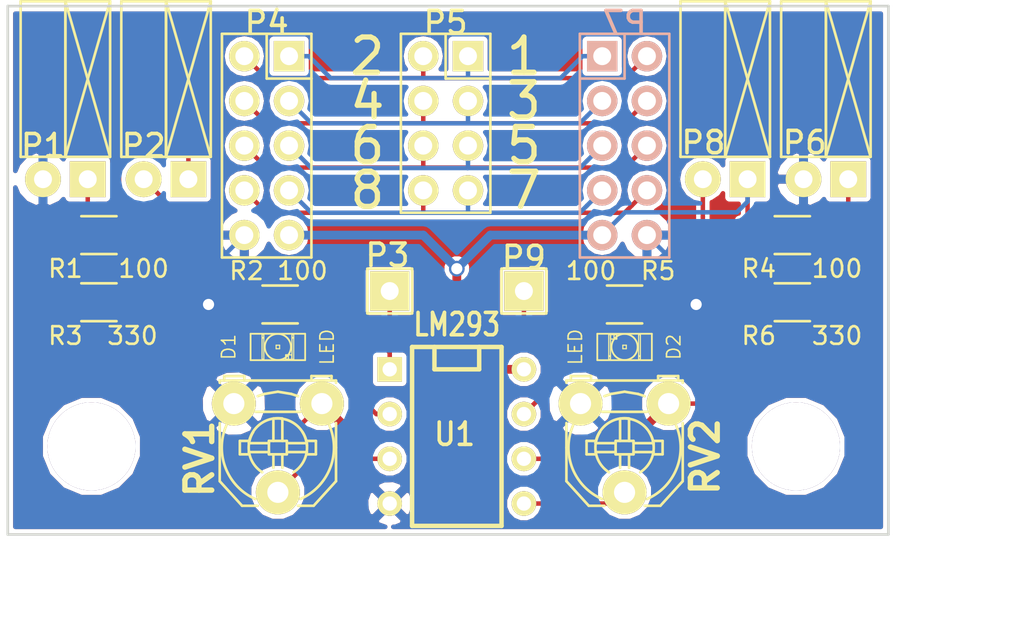
<source format=kicad_pcb>
(kicad_pcb (version 4) (host pcbnew "(2014-09-11 BZR 5128)-product")

  (general
    (links 48)
    (no_connects 0)
    (area 121.776067 89.900999 185.458334 127)
    (thickness 1.6)
    (drawings 15)
    (tracks 164)
    (zones 0)
    (modules 22)
    (nets 23)
  )

  (page A4)
  (layers
    (0 F.Cu signal)
    (31 B.Cu signal)
    (32 B.Adhes user)
    (33 F.Adhes user)
    (34 B.Paste user)
    (35 F.Paste user)
    (36 B.SilkS user)
    (37 F.SilkS user)
    (38 B.Mask user)
    (39 F.Mask user)
    (40 Dwgs.User user)
    (41 Cmts.User user)
    (42 Eco1.User user)
    (43 Eco2.User user)
    (44 Edge.Cuts user)
    (45 Margin user)
    (46 B.CrtYd user)
    (47 F.CrtYd user)
    (48 B.Fab user)
    (49 F.Fab user)
  )

  (setup
    (last_trace_width 0.254)
    (user_trace_width 0.254)
    (trace_clearance 0.254)
    (zone_clearance 0.2286)
    (zone_45_only no)
    (trace_min 0.254)
    (segment_width 0.2)
    (edge_width 0.15)
    (via_size 0.889)
    (via_drill 0.635)
    (via_min_size 0.889)
    (via_min_drill 0.508)
    (uvia_size 0.508)
    (uvia_drill 0.127)
    (uvias_allowed no)
    (uvia_min_size 0.508)
    (uvia_min_drill 0.127)
    (pcb_text_width 0.3)
    (pcb_text_size 1 1)
    (mod_edge_width 0.15)
    (mod_text_size 1 1)
    (mod_text_width 0.15)
    (pad_size 0.2 1)
    (pad_drill 0)
    (pad_to_mask_clearance 0)
    (aux_axis_origin 0 0)
    (visible_elements FFFFFF7F)
    (pcbplotparams
      (layerselection 0x010f0_80000001)
      (usegerberextensions true)
      (excludeedgelayer true)
      (linewidth 0.100000)
      (plotframeref false)
      (viasonmask false)
      (mode 1)
      (useauxorigin false)
      (hpglpennumber 1)
      (hpglpenspeed 20)
      (hpglpendiameter 15)
      (hpglpenoverlay 2)
      (psnegative false)
      (psa4output false)
      (plotreference true)
      (plotvalue true)
      (plotinvisibletext false)
      (padsonsilk false)
      (subtractmaskfromsilk false)
      (outputformat 1)
      (mirror false)
      (drillshape 0)
      (scaleselection 1)
      (outputdirectory gerbers/))
  )

  (net 0 "")
  (net 1 "Net-(D1-Pad1)")
  (net 2 GND)
  (net 3 +5V)
  (net 4 "Net-(RV1-Pad2)")
  (net 5 D1)
  (net 6 D2)
  (net 7 D3)
  (net 8 D4)
  (net 9 D5)
  (net 10 D6)
  (net 11 D7)
  (net 12 D8)
  (net 13 "Net-(D2-Pad1)")
  (net 14 "Net-(P6-Pad1)")
  (net 15 "Net-(RV2-Pad2)")
  (net 16 Vout1)
  (net 17 Vout2)
  (net 18 "Net-(P1-Pad1)")
  (net 19 "Net-(P2-Pad2)")
  (net 20 "Net-(P8-Pad2)")
  (net 21 "Net-(P10-Pad1)")
  (net 22 "Net-(P11-Pad1)")

  (net_class Default "This is the default net class."
    (clearance 0.254)
    (trace_width 0.254)
    (via_dia 0.889)
    (via_drill 0.635)
    (uvia_dia 0.508)
    (uvia_drill 0.127)
    (add_net D1)
    (add_net D2)
    (add_net D3)
    (add_net D4)
    (add_net D5)
    (add_net D6)
    (add_net D7)
    (add_net D8)
    (add_net GND)
    (add_net "Net-(D1-Pad1)")
    (add_net "Net-(D2-Pad1)")
    (add_net "Net-(P1-Pad1)")
    (add_net "Net-(P10-Pad1)")
    (add_net "Net-(P11-Pad1)")
    (add_net "Net-(P2-Pad2)")
    (add_net "Net-(P6-Pad1)")
    (add_net "Net-(P8-Pad2)")
    (add_net "Net-(RV1-Pad2)")
    (add_net "Net-(RV2-Pad2)")
    (add_net Vout1)
    (add_net Vout2)
  )

  (net_class Power ""
    (clearance 0.254)
    (trace_width 0.5)
    (via_dia 0.889)
    (via_drill 0.635)
    (uvia_dia 0.508)
    (uvia_drill 0.127)
    (add_net +5V)
  )

  (module Mounting_Holes:MountingHole_5mm (layer F.Cu) (tedit 5421D400) (tstamp 54238611)
    (at 129.75 115.5)
    (descr "Mounting hole, Befestigungsbohrung, 5mm, No Annular, Kein Restring,")
    (tags "Mounting hole, Befestigungsbohrung, 5mm, No Annular, Kein Restring,")
    (path /54231626)
    (fp_text reference P11 (at 0 0) (layer F.SilkS)
      (effects (font (thickness 0.3048)))
    )
    (fp_text value CONN_01X01 (at 0 7.00024) (layer F.SilkS) hide
      (effects (font (thickness 0.3048)))
    )
    (fp_circle (center 0 0) (end 5.00126 0) (layer Cmts.User) (width 0.381))
    (pad 1 thru_hole circle (at 0 0) (size 5.00126 5.00126) (drill 5.00126) (layers)
      (net 22 "Net-(P11-Pad1)"))
  )

  (module Mounting_Holes:MountingHole_5mm (layer F.Cu) (tedit 5421D400) (tstamp 5421D418)
    (at 169.75 115.5)
    (descr "Mounting hole, Befestigungsbohrung, 5mm, No Annular, Kein Restring,")
    (tags "Mounting hole, Befestigungsbohrung, 5mm, No Annular, Kein Restring,")
    (path /54231333)
    (fp_text reference P10 (at 0 0) (layer F.SilkS)
      (effects (font (thickness 0.3048)))
    )
    (fp_text value CONN_01X01 (at 0 7.00024) (layer F.SilkS) hide
      (effects (font (thickness 0.3048)))
    )
    (fp_circle (center 0 0) (end 5.00126 0) (layer Cmts.User) (width 0.381))
    (pad 1 thru_hole circle (at 0 0) (size 5.00126 5.00126) (drill 5.00126) (layers)
      (net 21 "Net-(P10-Pad1)"))
  )

  (module Resistors_SMD:R_1206_HandSoldering (layer F.Cu) (tedit 5418A20D) (tstamp 5421B6CA)
    (at 169.545 107.315)
    (descr "Resistor SMD 1206, hand soldering, Vishay (see dcrcw.pdf)")
    (tags "resistor 1206")
    (path /542233ED)
    (attr smd)
    (fp_text reference R6 (at -1.905 1.905) (layer F.SilkS)
      (effects (font (size 1 1) (thickness 0.15)))
    )
    (fp_text value 330 (at 2.54 1.905) (layer F.SilkS)
      (effects (font (size 1 1) (thickness 0.15)))
    )
    (fp_line (start 1 1.075) (end -1 1.075) (layer F.SilkS) (width 0.15))
    (fp_line (start -1 -1.075) (end 1 -1.075) (layer F.SilkS) (width 0.15))
    (pad 1 smd rect (at -2 0) (size 2 1.7) (layers F.Cu F.Paste F.Mask)
      (net 13 "Net-(D2-Pad1)"))
    (pad 2 smd rect (at 2 0) (size 2 1.7) (layers F.Cu F.Paste F.Mask)
      (net 3 +5V))
    (model Resistors_SMD/R_1206.wrl
      (at (xyz 0 0 0))
      (scale (xyz 1 1 1))
      (rotate (xyz 0 0 0))
    )
  )

  (module Socket_Strips:Socket_Strip_Straight_1x01 (layer F.Cu) (tedit 5421B49C) (tstamp 54237AF9)
    (at 154.305 106.68 90)
    (descr "Through hole socket strip")
    (tags "socket strip")
    (path /5422EDCA)
    (fp_text reference P9 (at 1.905 0 180) (layer F.SilkS)
      (effects (font (size 1.27 1.27) (thickness 0.2032)))
    )
    (fp_text value CONN_01X01 (at 0 0 90) (layer F.SilkS) hide
      (effects (font (size 1.27 1.27) (thickness 0.2032)))
    )
    (fp_line (start -1.27 -1.27) (end -1.27 1.27) (layer F.SilkS) (width 0.15))
    (fp_line (start -1.27 1.27) (end 1.27 1.27) (layer F.SilkS) (width 0.15))
    (fp_line (start 1.27 1.27) (end 1.27 -1.27) (layer F.SilkS) (width 0.15))
    (fp_line (start 1.27 -1.27) (end -1.27 -1.27) (layer F.SilkS) (width 0.15))
    (pad 1 thru_hole rect (at 0 0 90) (size 2.2352 2.2352) (drill 1.016) (layers *.Cu *.Mask F.SilkS)
      (net 17 Vout2))
    (model Socket_Strips/Socket_Strip_Straight_1x01.wrl
      (at (xyz 0 0 0))
      (scale (xyz 1 1 1))
      (rotate (xyz 0 0 0))
    )
  )

  (module Sockets_DIP:DIP-8__300 (layer F.Cu) (tedit 5421B49C) (tstamp 5421B6E4)
    (at 150.495 114.935 270)
    (descr "8 pins DIL package, round pads")
    (tags DIL)
    (path /5421A9FF)
    (fp_text reference U1 (at -0.127 0.127 360) (layer F.SilkS)
      (effects (font (size 1.27 1.143) (thickness 0.2032)))
    )
    (fp_text value LM293 (at -6.35 0 540) (layer F.SilkS)
      (effects (font (size 1.27 1.016) (thickness 0.2032)))
    )
    (fp_line (start -5.08 -1.27) (end -3.81 -1.27) (layer F.SilkS) (width 0.254))
    (fp_line (start -3.81 -1.27) (end -3.81 1.27) (layer F.SilkS) (width 0.254))
    (fp_line (start -3.81 1.27) (end -5.08 1.27) (layer F.SilkS) (width 0.254))
    (fp_line (start -5.08 -2.54) (end 5.08 -2.54) (layer F.SilkS) (width 0.254))
    (fp_line (start 5.08 -2.54) (end 5.08 2.54) (layer F.SilkS) (width 0.254))
    (fp_line (start 5.08 2.54) (end -5.08 2.54) (layer F.SilkS) (width 0.254))
    (fp_line (start -5.08 2.54) (end -5.08 -2.54) (layer F.SilkS) (width 0.254))
    (pad 1 thru_hole rect (at -3.81 3.81 270) (size 1.397 1.397) (drill 0.8128) (layers *.Cu *.Mask F.SilkS)
      (net 16 Vout1))
    (pad 2 thru_hole circle (at -1.27 3.81 270) (size 1.397 1.397) (drill 0.8128) (layers *.Cu *.Mask F.SilkS)
      (net 19 "Net-(P2-Pad2)"))
    (pad 3 thru_hole circle (at 1.27 3.81 270) (size 1.397 1.397) (drill 0.8128) (layers *.Cu *.Mask F.SilkS)
      (net 4 "Net-(RV1-Pad2)"))
    (pad 4 thru_hole circle (at 3.81 3.81 270) (size 1.397 1.397) (drill 0.8128) (layers *.Cu *.Mask F.SilkS)
      (net 2 GND))
    (pad 5 thru_hole circle (at 3.81 -3.81 270) (size 1.397 1.397) (drill 0.8128) (layers *.Cu *.Mask F.SilkS)
      (net 15 "Net-(RV2-Pad2)"))
    (pad 6 thru_hole circle (at 1.27 -3.81 270) (size 1.397 1.397) (drill 0.8128) (layers *.Cu *.Mask F.SilkS)
      (net 20 "Net-(P8-Pad2)"))
    (pad 7 thru_hole circle (at -1.27 -3.81 270) (size 1.397 1.397) (drill 0.8128) (layers *.Cu *.Mask F.SilkS)
      (net 17 Vout2))
    (pad 8 thru_hole circle (at -3.81 -3.81 270) (size 1.397 1.397) (drill 0.8128) (layers *.Cu *.Mask F.SilkS)
      (net 3 +5V))
    (model dil/dil_8.wrl
      (at (xyz 0 0 0))
      (scale (xyz 1 1 1))
      (rotate (xyz 0 0 0))
    )
  )

  (module Socket_Strips:Socket_Strip_Straight_1x01 (layer F.Cu) (tedit 5421B49C) (tstamp 5421B66D)
    (at 146.685 106.68 270)
    (descr "Through hole socket strip")
    (tags "socket strip")
    (path /5422ECFD)
    (fp_text reference P3 (at -2.032 0.127 360) (layer F.SilkS)
      (effects (font (size 1.27 1.27) (thickness 0.2032)))
    )
    (fp_text value CONN_01X01 (at 0 0 270) (layer F.SilkS) hide
      (effects (font (size 1.27 1.27) (thickness 0.2032)))
    )
    (fp_line (start -1.27 -1.27) (end -1.27 1.27) (layer F.SilkS) (width 0.15))
    (fp_line (start -1.27 1.27) (end 1.27 1.27) (layer F.SilkS) (width 0.15))
    (fp_line (start 1.27 1.27) (end 1.27 -1.27) (layer F.SilkS) (width 0.15))
    (fp_line (start 1.27 -1.27) (end -1.27 -1.27) (layer F.SilkS) (width 0.15))
    (pad 1 thru_hole rect (at 0 0 270) (size 2.2352 2.2352) (drill 1.016) (layers *.Cu *.Mask F.SilkS)
      (net 16 Vout1))
    (model Socket_Strips/Socket_Strip_Straight_1x01.wrl
      (at (xyz 0 0 0))
      (scale (xyz 1 1 1))
      (rotate (xyz 0 0 0))
    )
  )

  (module LEDs:LED-1206 (layer F.Cu) (tedit 5421B49C) (tstamp 5421B656)
    (at 140.335 109.855)
    (descr "LED 1206 smd package")
    (tags "LED1206 SMD")
    (path /5421730B)
    (attr smd)
    (fp_text reference D1 (at -2.794 0 90) (layer F.SilkS)
      (effects (font (size 0.762 0.762) (thickness 0.0889)))
    )
    (fp_text value LED (at 2.794 0 90) (layer F.SilkS)
      (effects (font (size 0.762 0.762) (thickness 0.0889)))
    )
    (fp_line (start -0.09906 0.09906) (end 0.09906 0.09906) (layer F.SilkS) (width 0.06604))
    (fp_line (start 0.09906 0.09906) (end 0.09906 -0.09906) (layer F.SilkS) (width 0.06604))
    (fp_line (start -0.09906 -0.09906) (end 0.09906 -0.09906) (layer F.SilkS) (width 0.06604))
    (fp_line (start -0.09906 0.09906) (end -0.09906 -0.09906) (layer F.SilkS) (width 0.06604))
    (fp_line (start 0.44958 0.6985) (end 0.79756 0.6985) (layer F.SilkS) (width 0.06604))
    (fp_line (start 0.79756 0.6985) (end 0.79756 0.44958) (layer F.SilkS) (width 0.06604))
    (fp_line (start 0.44958 0.44958) (end 0.79756 0.44958) (layer F.SilkS) (width 0.06604))
    (fp_line (start 0.44958 0.6985) (end 0.44958 0.44958) (layer F.SilkS) (width 0.06604))
    (fp_line (start 0.79756 0.6985) (end 0.89916 0.6985) (layer F.SilkS) (width 0.06604))
    (fp_line (start 0.89916 0.6985) (end 0.89916 -0.49784) (layer F.SilkS) (width 0.06604))
    (fp_line (start 0.79756 -0.49784) (end 0.89916 -0.49784) (layer F.SilkS) (width 0.06604))
    (fp_line (start 0.79756 0.6985) (end 0.79756 -0.49784) (layer F.SilkS) (width 0.06604))
    (fp_line (start 0.79756 -0.54864) (end 0.89916 -0.54864) (layer F.SilkS) (width 0.06604))
    (fp_line (start 0.89916 -0.54864) (end 0.89916 -0.6985) (layer F.SilkS) (width 0.06604))
    (fp_line (start 0.79756 -0.6985) (end 0.89916 -0.6985) (layer F.SilkS) (width 0.06604))
    (fp_line (start 0.79756 -0.54864) (end 0.79756 -0.6985) (layer F.SilkS) (width 0.06604))
    (fp_line (start -0.89916 0.6985) (end -0.79756 0.6985) (layer F.SilkS) (width 0.06604))
    (fp_line (start -0.79756 0.6985) (end -0.79756 -0.49784) (layer F.SilkS) (width 0.06604))
    (fp_line (start -0.89916 -0.49784) (end -0.79756 -0.49784) (layer F.SilkS) (width 0.06604))
    (fp_line (start -0.89916 0.6985) (end -0.89916 -0.49784) (layer F.SilkS) (width 0.06604))
    (fp_line (start -0.89916 -0.54864) (end -0.79756 -0.54864) (layer F.SilkS) (width 0.06604))
    (fp_line (start -0.79756 -0.54864) (end -0.79756 -0.6985) (layer F.SilkS) (width 0.06604))
    (fp_line (start -0.89916 -0.6985) (end -0.79756 -0.6985) (layer F.SilkS) (width 0.06604))
    (fp_line (start -0.89916 -0.54864) (end -0.89916 -0.6985) (layer F.SilkS) (width 0.06604))
    (fp_line (start 0.44958 0.6985) (end 0.59944 0.6985) (layer F.SilkS) (width 0.06604))
    (fp_line (start 0.59944 0.6985) (end 0.59944 0.44958) (layer F.SilkS) (width 0.06604))
    (fp_line (start 0.44958 0.44958) (end 0.59944 0.44958) (layer F.SilkS) (width 0.06604))
    (fp_line (start 0.44958 0.6985) (end 0.44958 0.44958) (layer F.SilkS) (width 0.06604))
    (fp_line (start 1.5494 0.7493) (end -1.5494 0.7493) (layer F.SilkS) (width 0.1016))
    (fp_line (start -1.5494 0.7493) (end -1.5494 -0.7493) (layer F.SilkS) (width 0.1016))
    (fp_line (start -1.5494 -0.7493) (end 1.5494 -0.7493) (layer F.SilkS) (width 0.1016))
    (fp_line (start 1.5494 -0.7493) (end 1.5494 0.7493) (layer F.SilkS) (width 0.1016))
    (fp_arc (start 0 0) (end 0.54864 0.49784) (angle 95.4) (layer F.SilkS) (width 0.1016))
    (fp_arc (start 0 0) (end -0.54864 0.49784) (angle 84.5) (layer F.SilkS) (width 0.1016))
    (fp_arc (start 0 0) (end -0.54864 -0.49784) (angle 95.4) (layer F.SilkS) (width 0.1016))
    (fp_arc (start 0 0) (end 0.54864 -0.49784) (angle 84.5) (layer F.SilkS) (width 0.1016))
    (pad 1 smd rect (at -1.41986 0) (size 1.59766 1.80086) (layers F.Cu F.Paste F.Mask)
      (net 1 "Net-(D1-Pad1)"))
    (pad 2 smd rect (at 1.41986 0) (size 1.59766 1.80086) (layers F.Cu F.Paste F.Mask)
      (net 16 Vout1))
  )

  (module Socket_Strips:Socket_Strip_Straight_2x05 (layer B.Cu) (tedit 5421B49C) (tstamp 5421B69B)
    (at 160.02 98.425 90)
    (descr "Through hole socket strip")
    (tags "socket strip")
    (path /5421918E)
    (fp_text reference P7 (at 6.985 0 360) (layer B.SilkS)
      (effects (font (size 1.27 1.27) (thickness 0.2032)) (justify mirror))
    )
    (fp_text value CONN_02X05 (at 0 0 90) (layer B.SilkS) hide
      (effects (font (size 1.27 1.27) (thickness 0.2032)) (justify mirror))
    )
    (fp_line (start 6.35 2.54) (end -6.35 2.54) (layer B.SilkS) (width 0.15))
    (fp_line (start -6.35 2.54) (end -6.35 -2.54) (layer B.SilkS) (width 0.15))
    (fp_line (start -6.35 -2.54) (end 3.81 -2.54) (layer B.SilkS) (width 0.15))
    (fp_line (start 6.35 2.54) (end 6.35 0) (layer B.SilkS) (width 0.15))
    (fp_line (start 6.35 -2.54) (end 3.81 -2.54) (layer B.SilkS) (width 0.15))
    (fp_line (start 6.35 0) (end 3.81 0) (layer B.SilkS) (width 0.15))
    (fp_line (start 3.81 0) (end 3.81 -2.54) (layer B.SilkS) (width 0.15))
    (fp_line (start 6.35 -2.54) (end 6.35 0) (layer B.SilkS) (width 0.15))
    (pad 1 thru_hole rect (at 5.08 -1.27 270) (size 1.7272 1.7272) (drill 1.016) (layers *.Cu *.Mask B.SilkS)
      (net 5 D1))
    (pad 2 thru_hole oval (at 5.08 1.27 270) (size 1.7272 1.7272) (drill 1.016) (layers *.Cu *.Mask B.SilkS)
      (net 6 D2))
    (pad 3 thru_hole oval (at 2.54 -1.27 270) (size 1.7272 1.7272) (drill 1.016) (layers *.Cu *.Mask B.SilkS)
      (net 7 D3))
    (pad 4 thru_hole oval (at 2.54 1.27 270) (size 1.7272 1.7272) (drill 1.016) (layers *.Cu *.Mask B.SilkS)
      (net 8 D4))
    (pad 5 thru_hole oval (at 0 -1.27 270) (size 1.7272 1.7272) (drill 1.016) (layers *.Cu *.Mask B.SilkS)
      (net 9 D5))
    (pad 6 thru_hole oval (at 0 1.27 270) (size 1.7272 1.7272) (drill 1.016) (layers *.Cu *.Mask B.SilkS)
      (net 10 D6))
    (pad 7 thru_hole oval (at -2.54 -1.27 270) (size 1.7272 1.7272) (drill 1.016) (layers *.Cu *.Mask B.SilkS)
      (net 11 D7))
    (pad 8 thru_hole oval (at -2.54 1.27 270) (size 1.7272 1.7272) (drill 1.016) (layers *.Cu *.Mask B.SilkS)
      (net 12 D8))
    (pad 9 thru_hole oval (at -5.08 -1.27 270) (size 1.7272 1.7272) (drill 1.016) (layers *.Cu *.Mask B.SilkS)
      (net 3 +5V))
    (pad 10 thru_hole oval (at -5.08 1.27 270) (size 1.7272 1.7272) (drill 1.016) (layers *.Cu *.Mask B.SilkS)
      (net 2 GND))
    (model Socket_Strips/Socket_Strip_Straight_2x05.wrl
      (at (xyz 0 0 0))
      (scale (xyz 1 1 1))
      (rotate (xyz 0 0 0))
    )
  )

  (module Resistors_SMD:R_1206_HandSoldering (layer F.Cu) (tedit 5418A20D) (tstamp 54234BF7)
    (at 140.462 107.442 180)
    (descr "Resistor SMD 1206, hand soldering, Vishay (see dcrcw.pdf)")
    (tags "resistor 1206")
    (path /541F6F7F)
    (attr smd)
    (fp_text reference R2 (at 1.905 1.905 180) (layer F.SilkS)
      (effects (font (size 1 1) (thickness 0.15)))
    )
    (fp_text value 100 (at -1.27 1.905 180) (layer F.SilkS)
      (effects (font (size 1 1) (thickness 0.15)))
    )
    (fp_line (start 1 1.075) (end -1 1.075) (layer F.SilkS) (width 0.15))
    (fp_line (start -1 -1.075) (end 1 -1.075) (layer F.SilkS) (width 0.15))
    (pad 1 smd rect (at -2 0 180) (size 2 1.7) (layers F.Cu F.Paste F.Mask)
      (net 19 "Net-(P2-Pad2)"))
    (pad 2 smd rect (at 2 0 180) (size 2 1.7) (layers F.Cu F.Paste F.Mask)
      (net 2 GND))
    (model Resistors_SMD/R_1206.wrl
      (at (xyz 0 0 0))
      (scale (xyz 1 1 1))
      (rotate (xyz 0 0 0))
    )
  )

  (module Potentiometers:Potentiometer_Triwood_RM-065 (layer F.Cu) (tedit 53FABC1B) (tstamp 5421B6D1)
    (at 140.335 115.57 180)
    (descr "Potentiometer, Trimmer, RM-065")
    (tags "Potentiometer, Trimmer, RM-065")
    (path /541F6AA9)
    (fp_text reference RV1 (at 4.445 -0.635 270) (layer F.SilkS)
      (effects (font (thickness 0.3048)))
    )
    (fp_text value POT (at 0 5.08 180) (layer F.SilkS) hide
      (effects (font (thickness 0.3048)))
    )
    (fp_line (start -0.254 -0.381) (end -0.254 -1.143) (layer F.SilkS) (width 0.15))
    (fp_line (start 0.254 -0.381) (end 0.254 -1.143) (layer F.SilkS) (width 0.15))
    (fp_arc (start 0 0) (end 1.651 0.254) (angle 90) (layer F.SilkS) (width 0.15))
    (fp_arc (start 0 0) (end 0.127 1.651) (angle 90) (layer F.SilkS) (width 0.15))
    (fp_arc (start 0 0) (end 0.889 -1.397) (angle 90) (layer F.SilkS) (width 0.15))
    (fp_arc (start 0 0) (end -1.397 0.889) (angle 90) (layer F.SilkS) (width 0.15))
    (fp_line (start -3.302 3.81) (end -3.302 3.683) (layer F.SilkS) (width 0.15))
    (fp_line (start -3.302 0) (end -3.302 1.397) (layer F.SilkS) (width 0.15))
    (fp_line (start 3.302 3.81) (end 3.302 3.683) (layer F.SilkS) (width 0.15))
    (fp_line (start 3.302 0) (end 3.302 1.397) (layer F.SilkS) (width 0.15))
    (fp_line (start -1.143 2.921) (end -0.762 3.048) (layer F.SilkS) (width 0.15))
    (fp_line (start -0.762 3.048) (end 0 3.175) (layer F.SilkS) (width 0.15))
    (fp_line (start 0 3.175) (end 0.762 3.048) (layer F.SilkS) (width 0.15))
    (fp_line (start 0.762 3.048) (end 1.143 2.921) (layer F.SilkS) (width 0.15))
    (fp_line (start -1.27 2.032) (end 1.27 2.032) (layer F.SilkS) (width 0.15))
    (fp_arc (start 0 0) (end 1.27 -2.921) (angle 90) (layer F.SilkS) (width 0.15))
    (fp_arc (start 0 0) (end -2.921 1.27) (angle 90) (layer F.SilkS) (width 0.15))
    (fp_line (start 2.032 -3.302) (end 1.143 -3.302) (layer F.SilkS) (width 0.15))
    (fp_line (start -1.143 -3.302) (end -2.032 -3.302) (layer F.SilkS) (width 0.15))
    (fp_line (start 1.651 -0.381) (end 2.159 -0.381) (layer F.SilkS) (width 0.15))
    (fp_line (start 2.159 -0.381) (end 2.159 0.381) (layer F.SilkS) (width 0.15))
    (fp_line (start 2.159 0.381) (end 1.651 0.381) (layer F.SilkS) (width 0.15))
    (fp_line (start -1.651 -0.381) (end -2.159 -0.381) (layer F.SilkS) (width 0.15))
    (fp_line (start -2.159 -0.381) (end -2.159 0.381) (layer F.SilkS) (width 0.15))
    (fp_line (start -2.159 0.381) (end -1.651 0.381) (layer F.SilkS) (width 0.15))
    (fp_line (start 0.508 0.254) (end 1.651 0.254) (layer F.SilkS) (width 0.15))
    (fp_line (start 0.508 -0.254) (end 1.651 -0.254) (layer F.SilkS) (width 0.15))
    (fp_line (start -0.508 0.254) (end -1.651 0.254) (layer F.SilkS) (width 0.15))
    (fp_line (start -0.508 -0.254) (end -1.651 -0.254) (layer F.SilkS) (width 0.15))
    (fp_line (start 0.254 0.381) (end 0.254 1.651) (layer F.SilkS) (width 0.15))
    (fp_line (start -0.254 0.381) (end -0.254 1.651) (layer F.SilkS) (width 0.15))
    (fp_line (start -0.508 -0.381) (end -0.508 0.381) (layer F.SilkS) (width 0.15))
    (fp_line (start -0.508 0.381) (end 0.508 0.381) (layer F.SilkS) (width 0.15))
    (fp_line (start 0.508 0.381) (end 0.508 -0.381) (layer F.SilkS) (width 0.15))
    (fp_line (start 0.508 -0.381) (end -0.508 -0.381) (layer F.SilkS) (width 0.15))
    (fp_line (start -2.032 -3.302) (end -3.302 -1.905) (layer F.SilkS) (width 0.15))
    (fp_line (start -3.302 -1.905) (end -3.302 0) (layer F.SilkS) (width 0.15))
    (fp_line (start 2.032 -3.302) (end 3.302 -1.905) (layer F.SilkS) (width 0.15))
    (fp_line (start 3.302 -1.905) (end 3.302 0) (layer F.SilkS) (width 0.15))
    (fp_line (start 3.048 3.81) (end 3.048 4.064) (layer F.SilkS) (width 0.15))
    (fp_line (start 3.048 4.064) (end 1.905 4.064) (layer F.SilkS) (width 0.15))
    (fp_line (start 1.905 4.064) (end 1.905 3.81) (layer F.SilkS) (width 0.15))
    (fp_line (start -3.048 3.81) (end -3.048 4.064) (layer F.SilkS) (width 0.15))
    (fp_line (start -3.048 4.064) (end -1.905 4.064) (layer F.SilkS) (width 0.15))
    (fp_line (start -1.905 4.064) (end -1.905 3.81) (layer F.SilkS) (width 0.15))
    (fp_line (start -3.302 3.81) (end 3.302 3.81) (layer F.SilkS) (width 0.15))
    (pad 2 thru_hole circle (at 0 -2.54 180) (size 2.49936 2.49936) (drill 1.19888) (layers *.Cu *.Mask F.SilkS)
      (net 4 "Net-(RV1-Pad2)"))
    (pad 3 thru_hole circle (at 2.49936 2.49936 180) (size 2.49936 2.49936) (drill 1.19888) (layers *.Cu *.Mask F.SilkS)
      (net 2 GND))
    (pad 1 thru_hole circle (at -2.49936 2.49936 180) (size 2.49936 2.49936) (drill 1.19888) (layers *.Cu *.Mask F.SilkS)
      (net 3 +5V))
    (model pot_Triwood_RM-065.wrl
      (at (xyz 0 0 0))
      (scale (xyz 4 4 4))
      (rotate (xyz 0 0 0))
    )
  )

  (module LEDs:LED-1206 (layer F.Cu) (tedit 5421B49C) (tstamp 54237627)
    (at 160.02 109.855 180)
    (descr "LED 1206 smd package")
    (tags "LED1206 SMD")
    (path /542233F3)
    (attr smd)
    (fp_text reference D2 (at -2.794 0 270) (layer F.SilkS)
      (effects (font (size 0.762 0.762) (thickness 0.0889)))
    )
    (fp_text value LED (at 2.794 0 270) (layer F.SilkS)
      (effects (font (size 0.762 0.762) (thickness 0.0889)))
    )
    (fp_line (start -0.09906 0.09906) (end 0.09906 0.09906) (layer F.SilkS) (width 0.06604))
    (fp_line (start 0.09906 0.09906) (end 0.09906 -0.09906) (layer F.SilkS) (width 0.06604))
    (fp_line (start -0.09906 -0.09906) (end 0.09906 -0.09906) (layer F.SilkS) (width 0.06604))
    (fp_line (start -0.09906 0.09906) (end -0.09906 -0.09906) (layer F.SilkS) (width 0.06604))
    (fp_line (start 0.44958 0.6985) (end 0.79756 0.6985) (layer F.SilkS) (width 0.06604))
    (fp_line (start 0.79756 0.6985) (end 0.79756 0.44958) (layer F.SilkS) (width 0.06604))
    (fp_line (start 0.44958 0.44958) (end 0.79756 0.44958) (layer F.SilkS) (width 0.06604))
    (fp_line (start 0.44958 0.6985) (end 0.44958 0.44958) (layer F.SilkS) (width 0.06604))
    (fp_line (start 0.79756 0.6985) (end 0.89916 0.6985) (layer F.SilkS) (width 0.06604))
    (fp_line (start 0.89916 0.6985) (end 0.89916 -0.49784) (layer F.SilkS) (width 0.06604))
    (fp_line (start 0.79756 -0.49784) (end 0.89916 -0.49784) (layer F.SilkS) (width 0.06604))
    (fp_line (start 0.79756 0.6985) (end 0.79756 -0.49784) (layer F.SilkS) (width 0.06604))
    (fp_line (start 0.79756 -0.54864) (end 0.89916 -0.54864) (layer F.SilkS) (width 0.06604))
    (fp_line (start 0.89916 -0.54864) (end 0.89916 -0.6985) (layer F.SilkS) (width 0.06604))
    (fp_line (start 0.79756 -0.6985) (end 0.89916 -0.6985) (layer F.SilkS) (width 0.06604))
    (fp_line (start 0.79756 -0.54864) (end 0.79756 -0.6985) (layer F.SilkS) (width 0.06604))
    (fp_line (start -0.89916 0.6985) (end -0.79756 0.6985) (layer F.SilkS) (width 0.06604))
    (fp_line (start -0.79756 0.6985) (end -0.79756 -0.49784) (layer F.SilkS) (width 0.06604))
    (fp_line (start -0.89916 -0.49784) (end -0.79756 -0.49784) (layer F.SilkS) (width 0.06604))
    (fp_line (start -0.89916 0.6985) (end -0.89916 -0.49784) (layer F.SilkS) (width 0.06604))
    (fp_line (start -0.89916 -0.54864) (end -0.79756 -0.54864) (layer F.SilkS) (width 0.06604))
    (fp_line (start -0.79756 -0.54864) (end -0.79756 -0.6985) (layer F.SilkS) (width 0.06604))
    (fp_line (start -0.89916 -0.6985) (end -0.79756 -0.6985) (layer F.SilkS) (width 0.06604))
    (fp_line (start -0.89916 -0.54864) (end -0.89916 -0.6985) (layer F.SilkS) (width 0.06604))
    (fp_line (start 0.44958 0.6985) (end 0.59944 0.6985) (layer F.SilkS) (width 0.06604))
    (fp_line (start 0.59944 0.6985) (end 0.59944 0.44958) (layer F.SilkS) (width 0.06604))
    (fp_line (start 0.44958 0.44958) (end 0.59944 0.44958) (layer F.SilkS) (width 0.06604))
    (fp_line (start 0.44958 0.6985) (end 0.44958 0.44958) (layer F.SilkS) (width 0.06604))
    (fp_line (start 1.5494 0.7493) (end -1.5494 0.7493) (layer F.SilkS) (width 0.1016))
    (fp_line (start -1.5494 0.7493) (end -1.5494 -0.7493) (layer F.SilkS) (width 0.1016))
    (fp_line (start -1.5494 -0.7493) (end 1.5494 -0.7493) (layer F.SilkS) (width 0.1016))
    (fp_line (start 1.5494 -0.7493) (end 1.5494 0.7493) (layer F.SilkS) (width 0.1016))
    (fp_arc (start 0 0) (end 0.54864 0.49784) (angle 95.4) (layer F.SilkS) (width 0.1016))
    (fp_arc (start 0 0) (end -0.54864 0.49784) (angle 84.5) (layer F.SilkS) (width 0.1016))
    (fp_arc (start 0 0) (end -0.54864 -0.49784) (angle 95.4) (layer F.SilkS) (width 0.1016))
    (fp_arc (start 0 0) (end 0.54864 -0.49784) (angle 84.5) (layer F.SilkS) (width 0.1016))
    (pad 1 smd rect (at -1.41986 0 180) (size 1.59766 1.80086) (layers F.Cu F.Paste F.Mask)
      (net 13 "Net-(D2-Pad1)"))
    (pad 2 smd rect (at 1.41986 0 180) (size 1.59766 1.80086) (layers F.Cu F.Paste F.Mask)
      (net 17 Vout2))
  )

  (module Potentiometers:Potentiometer_Triwood_RM-065 (layer F.Cu) (tedit 53FABC1B) (tstamp 5421B6D8)
    (at 160.02 115.57 180)
    (descr "Potentiometer, Trimmer, RM-065")
    (tags "Potentiometer, Trimmer, RM-065")
    (path /542233DB)
    (fp_text reference RV2 (at -4.572 -0.508 270) (layer F.SilkS)
      (effects (font (thickness 0.3048)))
    )
    (fp_text value POT (at 0 5.08 180) (layer F.SilkS) hide
      (effects (font (thickness 0.3048)))
    )
    (fp_line (start -0.254 -0.381) (end -0.254 -1.143) (layer F.SilkS) (width 0.15))
    (fp_line (start 0.254 -0.381) (end 0.254 -1.143) (layer F.SilkS) (width 0.15))
    (fp_arc (start 0 0) (end 1.651 0.254) (angle 90) (layer F.SilkS) (width 0.15))
    (fp_arc (start 0 0) (end 0.127 1.651) (angle 90) (layer F.SilkS) (width 0.15))
    (fp_arc (start 0 0) (end 0.889 -1.397) (angle 90) (layer F.SilkS) (width 0.15))
    (fp_arc (start 0 0) (end -1.397 0.889) (angle 90) (layer F.SilkS) (width 0.15))
    (fp_line (start -3.302 3.81) (end -3.302 3.683) (layer F.SilkS) (width 0.15))
    (fp_line (start -3.302 0) (end -3.302 1.397) (layer F.SilkS) (width 0.15))
    (fp_line (start 3.302 3.81) (end 3.302 3.683) (layer F.SilkS) (width 0.15))
    (fp_line (start 3.302 0) (end 3.302 1.397) (layer F.SilkS) (width 0.15))
    (fp_line (start -1.143 2.921) (end -0.762 3.048) (layer F.SilkS) (width 0.15))
    (fp_line (start -0.762 3.048) (end 0 3.175) (layer F.SilkS) (width 0.15))
    (fp_line (start 0 3.175) (end 0.762 3.048) (layer F.SilkS) (width 0.15))
    (fp_line (start 0.762 3.048) (end 1.143 2.921) (layer F.SilkS) (width 0.15))
    (fp_line (start -1.27 2.032) (end 1.27 2.032) (layer F.SilkS) (width 0.15))
    (fp_arc (start 0 0) (end 1.27 -2.921) (angle 90) (layer F.SilkS) (width 0.15))
    (fp_arc (start 0 0) (end -2.921 1.27) (angle 90) (layer F.SilkS) (width 0.15))
    (fp_line (start 2.032 -3.302) (end 1.143 -3.302) (layer F.SilkS) (width 0.15))
    (fp_line (start -1.143 -3.302) (end -2.032 -3.302) (layer F.SilkS) (width 0.15))
    (fp_line (start 1.651 -0.381) (end 2.159 -0.381) (layer F.SilkS) (width 0.15))
    (fp_line (start 2.159 -0.381) (end 2.159 0.381) (layer F.SilkS) (width 0.15))
    (fp_line (start 2.159 0.381) (end 1.651 0.381) (layer F.SilkS) (width 0.15))
    (fp_line (start -1.651 -0.381) (end -2.159 -0.381) (layer F.SilkS) (width 0.15))
    (fp_line (start -2.159 -0.381) (end -2.159 0.381) (layer F.SilkS) (width 0.15))
    (fp_line (start -2.159 0.381) (end -1.651 0.381) (layer F.SilkS) (width 0.15))
    (fp_line (start 0.508 0.254) (end 1.651 0.254) (layer F.SilkS) (width 0.15))
    (fp_line (start 0.508 -0.254) (end 1.651 -0.254) (layer F.SilkS) (width 0.15))
    (fp_line (start -0.508 0.254) (end -1.651 0.254) (layer F.SilkS) (width 0.15))
    (fp_line (start -0.508 -0.254) (end -1.651 -0.254) (layer F.SilkS) (width 0.15))
    (fp_line (start 0.254 0.381) (end 0.254 1.651) (layer F.SilkS) (width 0.15))
    (fp_line (start -0.254 0.381) (end -0.254 1.651) (layer F.SilkS) (width 0.15))
    (fp_line (start -0.508 -0.381) (end -0.508 0.381) (layer F.SilkS) (width 0.15))
    (fp_line (start -0.508 0.381) (end 0.508 0.381) (layer F.SilkS) (width 0.15))
    (fp_line (start 0.508 0.381) (end 0.508 -0.381) (layer F.SilkS) (width 0.15))
    (fp_line (start 0.508 -0.381) (end -0.508 -0.381) (layer F.SilkS) (width 0.15))
    (fp_line (start -2.032 -3.302) (end -3.302 -1.905) (layer F.SilkS) (width 0.15))
    (fp_line (start -3.302 -1.905) (end -3.302 0) (layer F.SilkS) (width 0.15))
    (fp_line (start 2.032 -3.302) (end 3.302 -1.905) (layer F.SilkS) (width 0.15))
    (fp_line (start 3.302 -1.905) (end 3.302 0) (layer F.SilkS) (width 0.15))
    (fp_line (start 3.048 3.81) (end 3.048 4.064) (layer F.SilkS) (width 0.15))
    (fp_line (start 3.048 4.064) (end 1.905 4.064) (layer F.SilkS) (width 0.15))
    (fp_line (start 1.905 4.064) (end 1.905 3.81) (layer F.SilkS) (width 0.15))
    (fp_line (start -3.048 3.81) (end -3.048 4.064) (layer F.SilkS) (width 0.15))
    (fp_line (start -3.048 4.064) (end -1.905 4.064) (layer F.SilkS) (width 0.15))
    (fp_line (start -1.905 4.064) (end -1.905 3.81) (layer F.SilkS) (width 0.15))
    (fp_line (start -3.302 3.81) (end 3.302 3.81) (layer F.SilkS) (width 0.15))
    (pad 2 thru_hole circle (at 0 -2.54 180) (size 2.49936 2.49936) (drill 1.19888) (layers *.Cu *.Mask F.SilkS)
      (net 15 "Net-(RV2-Pad2)"))
    (pad 3 thru_hole circle (at 2.49936 2.49936 180) (size 2.49936 2.49936) (drill 1.19888) (layers *.Cu *.Mask F.SilkS)
      (net 2 GND))
    (pad 1 thru_hole circle (at -2.49936 2.49936 180) (size 2.49936 2.49936) (drill 1.19888) (layers *.Cu *.Mask F.SilkS)
      (net 3 +5V))
    (model pot_Triwood_RM-065.wrl
      (at (xyz 0 0 0))
      (scale (xyz 4 4 4))
      (rotate (xyz 0 0 0))
    )
  )

  (module Resistors_SMD:R_1206_HandSoldering (layer F.Cu) (tedit 5418A20D) (tstamp 54238005)
    (at 130.175 103.505 180)
    (descr "Resistor SMD 1206, hand soldering, Vishay (see dcrcw.pdf)")
    (tags "resistor 1206")
    (path /541F72E9)
    (attr smd)
    (fp_text reference R1 (at 1.905 -1.905 180) (layer F.SilkS)
      (effects (font (size 1 1) (thickness 0.15)))
    )
    (fp_text value 100 (at -2.54 -1.905 180) (layer F.SilkS)
      (effects (font (size 1 1) (thickness 0.15)))
    )
    (fp_line (start 1 1.075) (end -1 1.075) (layer F.SilkS) (width 0.15))
    (fp_line (start -1 -1.075) (end 1 -1.075) (layer F.SilkS) (width 0.15))
    (pad 1 smd rect (at -2 0 180) (size 2 1.7) (layers F.Cu F.Paste F.Mask)
      (net 3 +5V))
    (pad 2 smd rect (at 2 0 180) (size 2 1.7) (layers F.Cu F.Paste F.Mask)
      (net 18 "Net-(P1-Pad1)"))
    (model Resistors_SMD/R_1206.wrl
      (at (xyz 0 0 0))
      (scale (xyz 1 1 1))
      (rotate (xyz 0 0 0))
    )
  )

  (module Socket_Strips:Socket_Strip_Straight_2x04 (layer F.Cu) (tedit 5421B49C) (tstamp 54236FEA)
    (at 149.86 97.155 90)
    (descr "Through hole socket strip")
    (tags "socket strip")
    (path /5422BF36)
    (fp_text reference P5 (at 5.715 0 180) (layer F.SilkS)
      (effects (font (size 1.27 1.27) (thickness 0.2032)))
    )
    (fp_text value CONN_02X04 (at 0 0 90) (layer F.SilkS) hide
      (effects (font (size 1.27 1.27) (thickness 0.2032)))
    )
    (fp_line (start 2.54 2.54) (end -5.08 2.54) (layer F.SilkS) (width 0.15))
    (fp_line (start -5.08 2.54) (end -5.08 -2.54) (layer F.SilkS) (width 0.15))
    (fp_line (start -5.08 -2.54) (end 5.08 -2.54) (layer F.SilkS) (width 0.15))
    (fp_line (start 5.08 -2.54) (end 5.08 0) (layer F.SilkS) (width 0.15))
    (fp_line (start 5.08 2.54) (end 2.54 2.54) (layer F.SilkS) (width 0.15))
    (fp_line (start 5.08 0) (end 2.54 0) (layer F.SilkS) (width 0.15))
    (fp_line (start 2.54 0) (end 2.54 2.54) (layer F.SilkS) (width 0.15))
    (fp_line (start 5.08 2.54) (end 5.08 0) (layer F.SilkS) (width 0.15))
    (pad 1 thru_hole rect (at 3.81 1.27 270) (size 1.7272 1.7272) (drill 1.016) (layers *.Cu *.Mask F.SilkS)
      (net 5 D1))
    (pad 2 thru_hole oval (at 3.81 -1.27 270) (size 1.7272 1.7272) (drill 1.016) (layers *.Cu *.Mask F.SilkS)
      (net 6 D2))
    (pad 3 thru_hole oval (at 1.27 1.27 270) (size 1.7272 1.7272) (drill 1.016) (layers *.Cu *.Mask F.SilkS)
      (net 7 D3))
    (pad 4 thru_hole oval (at 1.27 -1.27 270) (size 1.7272 1.7272) (drill 1.016) (layers *.Cu *.Mask F.SilkS)
      (net 8 D4))
    (pad 5 thru_hole oval (at -1.27 1.27 270) (size 1.7272 1.7272) (drill 1.016) (layers *.Cu *.Mask F.SilkS)
      (net 9 D5))
    (pad 6 thru_hole oval (at -1.27 -1.27 270) (size 1.7272 1.7272) (drill 1.016) (layers *.Cu *.Mask F.SilkS)
      (net 10 D6))
    (pad 7 thru_hole oval (at -3.81 1.27 270) (size 1.7272 1.7272) (drill 1.016) (layers *.Cu *.Mask F.SilkS)
      (net 11 D7))
    (pad 8 thru_hole oval (at -3.81 -1.27 270) (size 1.7272 1.7272) (drill 1.016) (layers *.Cu *.Mask F.SilkS)
      (net 12 D8))
    (model Socket_Strips/Socket_Strip_Straight_2x04.wrl
      (at (xyz 0 0 0))
      (scale (xyz 1 1 1))
      (rotate (xyz 0 0 0))
    )
  )

  (module Socket_Strips:Socket_Strip_Straight_2x05 (layer F.Cu) (tedit 5421B49C) (tstamp 5421B7EE)
    (at 139.7 98.425 90)
    (descr "Through hole socket strip")
    (tags "socket strip")
    (path /5421882D)
    (fp_text reference P4 (at 6.985 0 180) (layer F.SilkS)
      (effects (font (size 1.27 1.27) (thickness 0.2032)))
    )
    (fp_text value CONN_02X05 (at 0 0 90) (layer F.SilkS) hide
      (effects (font (size 1.27 1.27) (thickness 0.2032)))
    )
    (fp_line (start 6.35 -2.54) (end -6.35 -2.54) (layer F.SilkS) (width 0.15))
    (fp_line (start -6.35 -2.54) (end -6.35 2.54) (layer F.SilkS) (width 0.15))
    (fp_line (start -6.35 2.54) (end 3.81 2.54) (layer F.SilkS) (width 0.15))
    (fp_line (start 6.35 -2.54) (end 6.35 0) (layer F.SilkS) (width 0.15))
    (fp_line (start 6.35 2.54) (end 3.81 2.54) (layer F.SilkS) (width 0.15))
    (fp_line (start 6.35 0) (end 3.81 0) (layer F.SilkS) (width 0.15))
    (fp_line (start 3.81 0) (end 3.81 2.54) (layer F.SilkS) (width 0.15))
    (fp_line (start 6.35 2.54) (end 6.35 0) (layer F.SilkS) (width 0.15))
    (pad 1 thru_hole rect (at 5.08 1.27 270) (size 1.7272 1.7272) (drill 1.016) (layers *.Cu *.Mask F.SilkS)
      (net 5 D1))
    (pad 2 thru_hole oval (at 5.08 -1.27 270) (size 1.7272 1.7272) (drill 1.016) (layers *.Cu *.Mask F.SilkS)
      (net 6 D2))
    (pad 3 thru_hole oval (at 2.54 1.27 270) (size 1.7272 1.7272) (drill 1.016) (layers *.Cu *.Mask F.SilkS)
      (net 7 D3))
    (pad 4 thru_hole oval (at 2.54 -1.27 270) (size 1.7272 1.7272) (drill 1.016) (layers *.Cu *.Mask F.SilkS)
      (net 8 D4))
    (pad 5 thru_hole oval (at 0 1.27 270) (size 1.7272 1.7272) (drill 1.016) (layers *.Cu *.Mask F.SilkS)
      (net 9 D5))
    (pad 6 thru_hole oval (at 0 -1.27 270) (size 1.7272 1.7272) (drill 1.016) (layers *.Cu *.Mask F.SilkS)
      (net 10 D6))
    (pad 7 thru_hole oval (at -2.54 1.27 270) (size 1.7272 1.7272) (drill 1.016) (layers *.Cu *.Mask F.SilkS)
      (net 11 D7))
    (pad 8 thru_hole oval (at -2.54 -1.27 270) (size 1.7272 1.7272) (drill 1.016) (layers *.Cu *.Mask F.SilkS)
      (net 12 D8))
    (pad 9 thru_hole oval (at -5.08 1.27 270) (size 1.7272 1.7272) (drill 1.016) (layers *.Cu *.Mask F.SilkS)
      (net 3 +5V))
    (pad 10 thru_hole oval (at -5.08 -1.27 270) (size 1.7272 1.7272) (drill 1.016) (layers *.Cu *.Mask F.SilkS)
      (net 2 GND))
    (model Socket_Strips/Socket_Strip_Straight_2x05.wrl
      (at (xyz 0 0 0))
      (scale (xyz 1 1 1))
      (rotate (xyz 0 0 0))
    )
  )

  (module Resistors_SMD:R_1206_HandSoldering (layer F.Cu) (tedit 5418A20D) (tstamp 54238029)
    (at 130.175 107.315 180)
    (descr "Resistor SMD 1206, hand soldering, Vishay (see dcrcw.pdf)")
    (tags "resistor 1206")
    (path /54215E05)
    (attr smd)
    (fp_text reference R3 (at 1.905 -1.905 180) (layer F.SilkS)
      (effects (font (size 1 1) (thickness 0.15)))
    )
    (fp_text value 330 (at -1.905 -1.905 180) (layer F.SilkS)
      (effects (font (size 1 1) (thickness 0.15)))
    )
    (fp_line (start 1 1.075) (end -1 1.075) (layer F.SilkS) (width 0.15))
    (fp_line (start -1 -1.075) (end 1 -1.075) (layer F.SilkS) (width 0.15))
    (pad 1 smd rect (at -2 0 180) (size 2 1.7) (layers F.Cu F.Paste F.Mask)
      (net 1 "Net-(D1-Pad1)"))
    (pad 2 smd rect (at 2 0 180) (size 2 1.7) (layers F.Cu F.Paste F.Mask)
      (net 3 +5V))
    (model Resistors_SMD/R_1206.wrl
      (at (xyz 0 0 0))
      (scale (xyz 1 1 1))
      (rotate (xyz 0 0 0))
    )
  )

  (module Resistors_SMD:R_1206_HandSoldering (layer F.Cu) (tedit 5418A20D) (tstamp 54237557)
    (at 169.545 103.505)
    (descr "Resistor SMD 1206, hand soldering, Vishay (see dcrcw.pdf)")
    (tags "resistor 1206")
    (path /542233E7)
    (attr smd)
    (fp_text reference R4 (at -1.905 1.905) (layer F.SilkS)
      (effects (font (size 1 1) (thickness 0.15)))
    )
    (fp_text value 100 (at 2.54 1.905) (layer F.SilkS)
      (effects (font (size 1 1) (thickness 0.15)))
    )
    (fp_line (start 1 1.075) (end -1 1.075) (layer F.SilkS) (width 0.15))
    (fp_line (start -1 -1.075) (end 1 -1.075) (layer F.SilkS) (width 0.15))
    (pad 1 smd rect (at -2 0) (size 2 1.7) (layers F.Cu F.Paste F.Mask)
      (net 3 +5V))
    (pad 2 smd rect (at 2 0) (size 2 1.7) (layers F.Cu F.Paste F.Mask)
      (net 14 "Net-(P6-Pad1)"))
    (model Resistors_SMD/R_1206.wrl
      (at (xyz 0 0 0))
      (scale (xyz 1 1 1))
      (rotate (xyz 0 0 0))
    )
  )

  (module Resistors_SMD:R_1206_HandSoldering (layer F.Cu) (tedit 5418A20D) (tstamp 54237ADD)
    (at 160.02 107.442)
    (descr "Resistor SMD 1206, hand soldering, Vishay (see dcrcw.pdf)")
    (tags "resistor 1206")
    (path /542233E1)
    (attr smd)
    (fp_text reference R5 (at 1.905 -1.905) (layer F.SilkS)
      (effects (font (size 1 1) (thickness 0.15)))
    )
    (fp_text value 100 (at -1.905 -1.905) (layer F.SilkS)
      (effects (font (size 1 1) (thickness 0.15)))
    )
    (fp_line (start 1 1.075) (end -1 1.075) (layer F.SilkS) (width 0.15))
    (fp_line (start -1 -1.075) (end 1 -1.075) (layer F.SilkS) (width 0.15))
    (pad 1 smd rect (at -2 0) (size 2 1.7) (layers F.Cu F.Paste F.Mask)
      (net 20 "Net-(P8-Pad2)"))
    (pad 2 smd rect (at 2 0) (size 2 1.7) (layers F.Cu F.Paste F.Mask)
      (net 2 GND))
    (model Resistors_SMD/R_1206.wrl
      (at (xyz 0 0 0))
      (scale (xyz 1 1 1))
      (rotate (xyz 0 0 0))
    )
  )

  (module Socket_Strips:Socket_Strip_Angled_1x02 (layer F.Cu) (tedit 542352BF) (tstamp 54237CE1)
    (at 128.27 100.33)
    (descr "Through hole socket strip")
    (tags "socket strip")
    (path /5421F811)
    (fp_text reference P1 (at -1.27 -1.905) (layer F.SilkS)
      (effects (font (size 1.27 1.27) (thickness 0.2032)))
    )
    (fp_text value CONN_01X02 (at 0 0) (layer F.SilkS) hide
      (effects (font (size 1.27 1.27) (thickness 0.2032)))
    )
    (fp_line (start -2.54 -10.1) (end -2.54 -1.27) (layer F.SilkS) (width 0.15))
    (fp_line (start 0 -10.1) (end -2.54 -10.1) (layer F.SilkS) (width 0.15))
    (fp_line (start 0 -1.27) (end 0 -10.1) (layer F.SilkS) (width 0.15))
    (fp_line (start 0 -1.27) (end -2.54 -1.27) (layer F.SilkS) (width 0.15))
    (fp_line (start 2.54 -1.27) (end 0 -1.27) (layer F.SilkS) (width 0.15))
    (fp_line (start 2.54 -1.27) (end 0 -10.1) (layer F.SilkS) (width 0.15))
    (fp_line (start 2.54 -10.1) (end 0 -1.27) (layer F.SilkS) (width 0.15))
    (fp_line (start 2.54 -1.27) (end 2.54 -10.1) (layer F.SilkS) (width 0.15))
    (fp_line (start 2.54 -10.1) (end 0 -10.1) (layer F.SilkS) (width 0.15))
    (fp_line (start 0 -10.1) (end 0 -1.27) (layer F.SilkS) (width 0.15))
    (pad 1 thru_hole rect (at 1.27 0 180) (size 2.032 2.032) (drill 1.016) (layers *.Cu *.Mask F.SilkS)
      (net 18 "Net-(P1-Pad1)"))
    (pad 2 thru_hole oval (at -1.27 0 180) (size 2.032 2.032) (drill 1.016) (layers *.Cu *.Mask F.SilkS)
      (net 2 GND))
    (model Socket_Strips/Socket_Strip_Angled_1x02.wrl
      (at (xyz 0 0 0))
      (scale (xyz 1 1 1))
      (rotate (xyz 0 0 0))
    )
  )

  (module Socket_Strips:Socket_Strip_Angled_1x02 (layer F.Cu) (tedit 542352BF) (tstamp 54236C4B)
    (at 133.985 100.33)
    (descr "Through hole socket strip")
    (tags "socket strip")
    (path /542215C4)
    (fp_text reference P2 (at -1.27 -1.905) (layer F.SilkS)
      (effects (font (size 1.27 1.27) (thickness 0.2032)))
    )
    (fp_text value CONN_01X02 (at 0 0) (layer F.SilkS) hide
      (effects (font (size 1.27 1.27) (thickness 0.2032)))
    )
    (fp_line (start -2.54 -10.1) (end -2.54 -1.27) (layer F.SilkS) (width 0.15))
    (fp_line (start 0 -10.1) (end -2.54 -10.1) (layer F.SilkS) (width 0.15))
    (fp_line (start 0 -1.27) (end 0 -10.1) (layer F.SilkS) (width 0.15))
    (fp_line (start 0 -1.27) (end -2.54 -1.27) (layer F.SilkS) (width 0.15))
    (fp_line (start 2.54 -1.27) (end 0 -1.27) (layer F.SilkS) (width 0.15))
    (fp_line (start 2.54 -1.27) (end 0 -10.1) (layer F.SilkS) (width 0.15))
    (fp_line (start 2.54 -10.1) (end 0 -1.27) (layer F.SilkS) (width 0.15))
    (fp_line (start 2.54 -1.27) (end 2.54 -10.1) (layer F.SilkS) (width 0.15))
    (fp_line (start 2.54 -10.1) (end 0 -10.1) (layer F.SilkS) (width 0.15))
    (fp_line (start 0 -10.1) (end 0 -1.27) (layer F.SilkS) (width 0.15))
    (pad 1 thru_hole rect (at 1.27 0 180) (size 2.032 2.032) (drill 1.016) (layers *.Cu *.Mask F.SilkS)
      (net 3 +5V))
    (pad 2 thru_hole oval (at -1.27 0 180) (size 2.032 2.032) (drill 1.016) (layers *.Cu *.Mask F.SilkS)
      (net 19 "Net-(P2-Pad2)"))
    (model Socket_Strips/Socket_Strip_Angled_1x02.wrl
      (at (xyz 0 0 0))
      (scale (xyz 1 1 1))
      (rotate (xyz 0 0 0))
    )
  )

  (module Socket_Strips:Socket_Strip_Angled_1x02 (layer F.Cu) (tedit 542352BF) (tstamp 54235448)
    (at 171.45 100.33)
    (descr "Through hole socket strip")
    (tags "socket strip")
    (path /54223418)
    (fp_text reference P6 (at -1.2 -2.08 180) (layer F.SilkS)
      (effects (font (size 1.27 1.27) (thickness 0.2032)))
    )
    (fp_text value CONN_01X02 (at 0 0) (layer F.SilkS) hide
      (effects (font (size 1.27 1.27) (thickness 0.2032)))
    )
    (fp_line (start -2.54 -10.1) (end -2.54 -1.27) (layer F.SilkS) (width 0.15))
    (fp_line (start 0 -10.1) (end -2.54 -10.1) (layer F.SilkS) (width 0.15))
    (fp_line (start 0 -1.27) (end 0 -10.1) (layer F.SilkS) (width 0.15))
    (fp_line (start 0 -1.27) (end -2.54 -1.27) (layer F.SilkS) (width 0.15))
    (fp_line (start 2.54 -1.27) (end 0 -1.27) (layer F.SilkS) (width 0.15))
    (fp_line (start 2.54 -1.27) (end 0 -10.1) (layer F.SilkS) (width 0.15))
    (fp_line (start 2.54 -10.1) (end 0 -1.27) (layer F.SilkS) (width 0.15))
    (fp_line (start 2.54 -1.27) (end 2.54 -10.1) (layer F.SilkS) (width 0.15))
    (fp_line (start 2.54 -10.1) (end 0 -10.1) (layer F.SilkS) (width 0.15))
    (fp_line (start 0 -10.1) (end 0 -1.27) (layer F.SilkS) (width 0.15))
    (pad 1 thru_hole rect (at 1.27 0 180) (size 2.032 2.032) (drill 1.016) (layers *.Cu *.Mask F.SilkS)
      (net 14 "Net-(P6-Pad1)"))
    (pad 2 thru_hole oval (at -1.27 0 180) (size 2.032 2.032) (drill 1.016) (layers *.Cu *.Mask F.SilkS)
      (net 2 GND))
    (model Socket_Strips/Socket_Strip_Angled_1x02.wrl
      (at (xyz 0 0 0))
      (scale (xyz 1 1 1))
      (rotate (xyz 0 0 0))
    )
  )

  (module Socket_Strips:Socket_Strip_Angled_1x02 (layer F.Cu) (tedit 542352BF) (tstamp 5423544E)
    (at 165.735 100.33)
    (descr "Through hole socket strip")
    (tags "socket strip")
    (path /5422341E)
    (fp_text reference P8 (at -1.235 -2.08 180) (layer F.SilkS)
      (effects (font (size 1.27 1.27) (thickness 0.2032)))
    )
    (fp_text value CONN_01X02 (at 0 0) (layer F.SilkS) hide
      (effects (font (size 1.27 1.27) (thickness 0.2032)))
    )
    (fp_line (start -2.54 -10.1) (end -2.54 -1.27) (layer F.SilkS) (width 0.15))
    (fp_line (start 0 -10.1) (end -2.54 -10.1) (layer F.SilkS) (width 0.15))
    (fp_line (start 0 -1.27) (end 0 -10.1) (layer F.SilkS) (width 0.15))
    (fp_line (start 0 -1.27) (end -2.54 -1.27) (layer F.SilkS) (width 0.15))
    (fp_line (start 2.54 -1.27) (end 0 -1.27) (layer F.SilkS) (width 0.15))
    (fp_line (start 2.54 -1.27) (end 0 -10.1) (layer F.SilkS) (width 0.15))
    (fp_line (start 2.54 -10.1) (end 0 -1.27) (layer F.SilkS) (width 0.15))
    (fp_line (start 2.54 -1.27) (end 2.54 -10.1) (layer F.SilkS) (width 0.15))
    (fp_line (start 2.54 -10.1) (end 0 -10.1) (layer F.SilkS) (width 0.15))
    (fp_line (start 0 -10.1) (end 0 -1.27) (layer F.SilkS) (width 0.15))
    (pad 1 thru_hole rect (at 1.27 0 180) (size 2.032 2.032) (drill 1.016) (layers *.Cu *.Mask F.SilkS)
      (net 3 +5V))
    (pad 2 thru_hole oval (at -1.27 0 180) (size 2.032 2.032) (drill 1.016) (layers *.Cu *.Mask F.SilkS)
      (net 20 "Net-(P8-Pad2)"))
    (model Socket_Strips/Socket_Strip_Angled_1x02.wrl
      (at (xyz 0 0 0))
      (scale (xyz 1 1 1))
      (rotate (xyz 0 0 0))
    )
  )

  (dimension 40 (width 0.25) (layer Dwgs.User)
    (gr_text "40,000 mm" (at 149.75 123.499999) (layer Dwgs.User)
      (effects (font (size 1 1) (thickness 0.25)))
    )
    (feature1 (pts (xy 169.75 115.5) (xy 169.75 124.499999)))
    (feature2 (pts (xy 129.75 115.5) (xy 129.75 124.499999)))
    (crossbar (pts (xy 129.75 122.499999) (xy 169.75 122.499999)))
    (arrow1a (pts (xy 169.75 122.499999) (xy 168.623496 123.08642)))
    (arrow1b (pts (xy 169.75 122.499999) (xy 168.623496 121.913578)))
    (arrow2a (pts (xy 129.75 122.499999) (xy 130.876504 123.08642)))
    (arrow2b (pts (xy 129.75 122.499999) (xy 130.876504 121.913578)))
  )
  (dimension 30 (width 0.25) (layer Dwgs.User)
    (gr_text "30,000 mm" (at 181 105.5 270) (layer Dwgs.User)
      (effects (font (size 1 1) (thickness 0.25)))
    )
    (feature1 (pts (xy 175 120.5) (xy 182 120.5)))
    (feature2 (pts (xy 175 90.5) (xy 182 90.5)))
    (crossbar (pts (xy 180 90.5) (xy 180 120.5)))
    (arrow1a (pts (xy 180 120.5) (xy 179.413579 119.373496)))
    (arrow1b (pts (xy 180 120.5) (xy 180.586421 119.373496)))
    (arrow2a (pts (xy 180 90.5) (xy 179.413579 91.626504)))
    (arrow2b (pts (xy 180 90.5) (xy 180.586421 91.626504)))
  )
  (dimension 50 (width 0.25) (layer Dwgs.User)
    (gr_text "50,000 mm" (at 150 125.999999) (layer Dwgs.User)
      (effects (font (size 1 1) (thickness 0.25)))
    )
    (feature1 (pts (xy 175 120.5) (xy 175 126.999999)))
    (feature2 (pts (xy 125 120.5) (xy 125 126.999999)))
    (crossbar (pts (xy 125 124.999999) (xy 175 124.999999)))
    (arrow1a (pts (xy 175 124.999999) (xy 173.873496 125.58642)))
    (arrow1b (pts (xy 175 124.999999) (xy 173.873496 124.413578)))
    (arrow2a (pts (xy 125 124.999999) (xy 126.126504 125.58642)))
    (arrow2b (pts (xy 125 124.999999) (xy 126.126504 124.413578)))
  )
  (gr_line (start 175 120.5) (end 125 120.5) (layer Edge.Cuts) (width 0.15))
  (gr_line (start 175 90.5) (end 175 120.5) (layer Edge.Cuts) (width 0.15))
  (gr_line (start 125 90.5) (end 175 90.5) (layer Edge.Cuts) (width 0.15))
  (gr_line (start 125 120.5) (end 125 90.5) (layer Edge.Cuts) (width 0.15))
  (gr_text 4 (at 145.415 95.885) (layer F.SilkS)
    (effects (font (size 2 2) (thickness 0.3)))
  )
  (gr_text 2 (at 145.415 93.345) (layer F.SilkS)
    (effects (font (size 2 2) (thickness 0.3)))
  )
  (gr_text 5 (at 154.305 98.425) (layer F.SilkS)
    (effects (font (size 2 2) (thickness 0.3)))
  )
  (gr_text 3 (at 154.305 95.885) (layer F.SilkS)
    (effects (font (size 2 2) (thickness 0.3)))
  )
  (gr_text 1 (at 154.305 93.345) (layer F.SilkS)
    (effects (font (size 2 2) (thickness 0.3)))
  )
  (gr_text 6 (at 145.415 98.425) (layer F.SilkS)
    (effects (font (size 2 2) (thickness 0.3)))
  )
  (gr_text 8 (at 145.415 100.965) (layer F.SilkS)
    (effects (font (size 2 2) (thickness 0.3)))
  )
  (gr_text 7 (at 154.305 100.965) (layer F.SilkS)
    (effects (font (size 2 2) (thickness 0.3)))
  )

  (segment (start 132.175 108.419) (end 132.175 107.315) (width 0.254) (layer F.Cu) (net 1))
  (segment (start 133.611 109.855) (end 132.175 108.419) (width 0.254) (layer F.Cu) (net 1))
  (segment (start 138.91514 109.855) (end 133.611 109.855) (width 0.254) (layer F.Cu) (net 1))
  (segment (start 164.084 107.442) (end 164.084 106.299) (width 0.254) (layer B.Cu) (net 2))
  (segment (start 164.084 106.299) (end 161.29 103.505) (width 0.254) (layer B.Cu) (net 2))
  (segment (start 162.02 107.442) (end 164.084 107.442) (width 0.254) (layer F.Cu) (net 2))
  (via (at 164.084 107.442) (size 0.889) (drill 0.635) (layers F.Cu B.Cu) (net 2))
  (segment (start 136.398 107.442) (end 136.398 105.537) (width 0.254) (layer B.Cu) (net 2))
  (segment (start 136.398 105.537) (end 138.43 103.505) (width 0.254) (layer B.Cu) (net 2))
  (segment (start 138.462 107.442) (end 136.398 107.442) (width 0.254) (layer F.Cu) (net 2))
  (via (at 136.398 107.442) (size 0.889) (drill 0.635) (layers F.Cu B.Cu) (net 2))
  (segment (start 162.51936 113.07064) (end 166.07536 113.07064) (width 0.254) (layer F.Cu) (net 3))
  (segment (start 166.07536 113.07064) (end 171.545 107.601) (width 0.254) (layer F.Cu) (net 3))
  (segment (start 171.545 107.601) (end 171.545 107.315) (width 0.254) (layer F.Cu) (net 3))
  (segment (start 142.83436 113.07064) (end 140.335 115.57) (width 0.254) (layer F.Cu) (net 3))
  (segment (start 140.335 115.57) (end 134.62 115.57) (width 0.254) (layer F.Cu) (net 3))
  (segment (start 134.62 115.57) (end 128.175 109.125) (width 0.254) (layer F.Cu) (net 3))
  (segment (start 128.175 109.125) (end 128.175 107.315) (width 0.254) (layer F.Cu) (net 3))
  (segment (start 132.175 103.505) (end 132.326 103.505) (width 0.5) (layer F.Cu) (net 3))
  (segment (start 162.51936 112.19064) (end 162.51936 113.07064) (width 0.5) (layer F.Cu) (net 3))
  (segment (start 147.262201 114.867501) (end 150.495 111.634702) (width 0.5) (layer F.Cu) (net 3))
  (segment (start 144.631221 114.867501) (end 147.262201 114.867501) (width 0.5) (layer F.Cu) (net 3))
  (segment (start 142.83436 113.07064) (end 144.631221 114.867501) (width 0.5) (layer F.Cu) (net 3))
  (segment (start 150.495 114.174702) (end 150.495 111.634702) (width 0.5) (layer F.Cu) (net 3))
  (segment (start 153.727799 117.407501) (end 150.495 114.174702) (width 0.5) (layer F.Cu) (net 3))
  (segment (start 158.182499 117.407501) (end 153.727799 117.407501) (width 0.5) (layer F.Cu) (net 3))
  (segment (start 162.51936 113.07064) (end 158.182499 117.407501) (width 0.5) (layer F.Cu) (net 3))
  (segment (start 151.814718 111.125) (end 150.495 109.805282) (width 0.5) (layer F.Cu) (net 3))
  (segment (start 154.305 111.125) (end 151.814718 111.125) (width 0.5) (layer F.Cu) (net 3))
  (segment (start 150.495 111.634702) (end 150.495 109.805282) (width 0.5) (layer F.Cu) (net 3))
  (segment (start 167.005 101.6) (end 167.005 100.33) (width 0.254) (layer B.Cu) (net 3))
  (segment (start 166.395399 102.209601) (end 167.005 101.6) (width 0.254) (layer B.Cu) (net 3))
  (segment (start 160.045399 102.209601) (end 166.395399 102.209601) (width 0.254) (layer B.Cu) (net 3))
  (segment (start 158.75 103.505) (end 160.045399 102.209601) (width 0.254) (layer B.Cu) (net 3))
  (segment (start 167.005 102.965) (end 167.545 103.505) (width 0.254) (layer F.Cu) (net 3))
  (segment (start 167.005 100.33) (end 167.005 102.965) (width 0.254) (layer F.Cu) (net 3))
  (segment (start 132.175 102.401) (end 132.175 103.505) (width 0.254) (layer F.Cu) (net 3))
  (segment (start 131.317999 101.543999) (end 132.175 102.401) (width 0.254) (layer F.Cu) (net 3))
  (segment (start 131.317999 99.659439) (end 131.317999 101.543999) (width 0.254) (layer F.Cu) (net 3))
  (segment (start 132.044439 98.932999) (end 131.317999 99.659439) (width 0.254) (layer F.Cu) (net 3))
  (segment (start 135.127999 98.932999) (end 132.044439 98.932999) (width 0.254) (layer F.Cu) (net 3))
  (segment (start 135.255 99.06) (end 135.127999 98.932999) (width 0.254) (layer F.Cu) (net 3))
  (segment (start 135.255 100.33) (end 135.255 99.06) (width 0.254) (layer F.Cu) (net 3))
  (segment (start 140.97 103.505) (end 148.59 103.505) (width 0.5) (layer B.Cu) (net 3))
  (via (at 150.495 105.41) (size 0.889) (drill 0.635) (layers F.Cu B.Cu) (net 3))
  (segment (start 150.495 109.805282) (end 150.495 105.41) (width 0.5) (layer F.Cu) (net 3))
  (segment (start 150.495 105.41) (end 148.59 103.505) (width 0.5) (layer B.Cu) (net 3))
  (segment (start 152.4 103.505) (end 158.75 103.505) (width 0.5) (layer B.Cu) (net 3))
  (segment (start 150.495 105.41) (end 152.4 103.505) (width 0.5) (layer B.Cu) (net 3))
  (segment (start 132.025 103.505) (end 128.215 107.315) (width 0.254) (layer F.Cu) (net 3))
  (segment (start 128.215 107.315) (end 128.175 107.315) (width 0.254) (layer F.Cu) (net 3))
  (segment (start 132.175 103.505) (end 132.025 103.505) (width 0.254) (layer F.Cu) (net 3))
  (segment (start 171.505 107.315) (end 171.545 107.315) (width 0.254) (layer F.Cu) (net 3))
  (segment (start 167.695 103.505) (end 171.505 107.315) (width 0.254) (layer F.Cu) (net 3))
  (segment (start 167.545 103.505) (end 167.695 103.505) (width 0.254) (layer F.Cu) (net 3))
  (segment (start 142.24 116.205) (end 140.335 118.11) (width 0.254) (layer F.Cu) (net 4))
  (segment (start 146.685 116.205) (end 142.24 116.205) (width 0.254) (layer F.Cu) (net 4))
  (segment (start 157.6324 93.345) (end 158.75 93.345) (width 0.254) (layer B.Cu) (net 5))
  (segment (start 156.387799 94.589601) (end 157.6324 93.345) (width 0.254) (layer B.Cu) (net 5))
  (segment (start 142.0876 93.345) (end 143.332201 94.589601) (width 0.254) (layer B.Cu) (net 5))
  (segment (start 140.97 93.345) (end 142.0876 93.345) (width 0.254) (layer B.Cu) (net 5))
  (segment (start 151.13 94.54531) (end 151.174291 94.589601) (width 0.254) (layer B.Cu) (net 5))
  (segment (start 151.13 93.345) (end 151.13 94.54531) (width 0.254) (layer B.Cu) (net 5))
  (segment (start 151.174291 94.589601) (end 156.387799 94.589601) (width 0.254) (layer B.Cu) (net 5))
  (segment (start 143.332201 94.589601) (end 151.174291 94.589601) (width 0.254) (layer B.Cu) (net 5))
  (segment (start 148.595417 94.589601) (end 160.426401 94.589601) (width 0.254) (layer F.Cu) (net 6))
  (segment (start 160.426401 94.589601) (end 160.426401 94.208599) (width 0.254) (layer F.Cu) (net 6))
  (segment (start 160.426401 94.208599) (end 161.29 93.345) (width 0.254) (layer F.Cu) (net 6))
  (segment (start 138.43 93.345) (end 139.674601 94.589601) (width 0.254) (layer F.Cu) (net 6))
  (segment (start 148.595417 94.571731) (end 148.595417 94.589601) (width 0.254) (layer F.Cu) (net 6))
  (segment (start 148.59 94.566314) (end 148.595417 94.571731) (width 0.254) (layer F.Cu) (net 6))
  (segment (start 148.59 93.345) (end 148.59 94.566314) (width 0.254) (layer F.Cu) (net 6))
  (segment (start 139.674601 94.589601) (end 148.595417 94.589601) (width 0.254) (layer F.Cu) (net 6))
  (segment (start 157.886401 96.748599) (end 158.75 95.885) (width 0.254) (layer B.Cu) (net 7))
  (segment (start 157.48 97.155) (end 157.886401 96.748599) (width 0.254) (layer B.Cu) (net 7))
  (segment (start 140.97 95.885) (end 142.24 97.155) (width 0.254) (layer B.Cu) (net 7))
  (segment (start 151.108854 97.12746) (end 151.108854 97.155) (width 0.254) (layer B.Cu) (net 7))
  (segment (start 151.13 97.106314) (end 151.108854 97.12746) (width 0.254) (layer B.Cu) (net 7))
  (segment (start 151.13 95.885) (end 151.13 97.106314) (width 0.254) (layer B.Cu) (net 7))
  (segment (start 151.108854 97.155) (end 157.48 97.155) (width 0.254) (layer B.Cu) (net 7))
  (segment (start 142.24 97.155) (end 151.108854 97.155) (width 0.254) (layer B.Cu) (net 7))
  (segment (start 160.02 97.155) (end 160.426401 96.748599) (width 0.254) (layer F.Cu) (net 8))
  (segment (start 160.426401 96.748599) (end 161.29 95.885) (width 0.254) (layer F.Cu) (net 8))
  (segment (start 138.43 95.885) (end 139.7 97.155) (width 0.254) (layer F.Cu) (net 8))
  (segment (start 148.59 97.140852) (end 148.575852 97.155) (width 0.254) (layer F.Cu) (net 8))
  (segment (start 148.59 95.885) (end 148.59 97.140852) (width 0.254) (layer F.Cu) (net 8))
  (segment (start 148.575852 97.155) (end 160.02 97.155) (width 0.254) (layer F.Cu) (net 8))
  (segment (start 139.7 97.155) (end 148.575852 97.155) (width 0.254) (layer F.Cu) (net 8))
  (segment (start 157.48 99.695) (end 157.886401 99.288599) (width 0.254) (layer B.Cu) (net 9))
  (segment (start 157.886401 99.288599) (end 158.75 98.425) (width 0.254) (layer B.Cu) (net 9))
  (segment (start 140.97 98.425) (end 142.24 99.695) (width 0.254) (layer B.Cu) (net 9))
  (segment (start 151.13 98.425) (end 151.13 99.673854) (width 0.254) (layer B.Cu) (net 9))
  (segment (start 151.108854 99.695) (end 157.48 99.695) (width 0.254) (layer B.Cu) (net 9))
  (segment (start 151.13 99.673854) (end 151.108854 99.695) (width 0.254) (layer B.Cu) (net 9))
  (segment (start 142.24 99.695) (end 151.108854 99.695) (width 0.254) (layer B.Cu) (net 9))
  (segment (start 160.426401 99.288599) (end 161.29 98.425) (width 0.254) (layer F.Cu) (net 10))
  (segment (start 160.045399 99.669601) (end 160.426401 99.288599) (width 0.254) (layer F.Cu) (net 10))
  (segment (start 138.43 98.425) (end 139.674601 99.669601) (width 0.254) (layer F.Cu) (net 10))
  (segment (start 148.59 98.425) (end 148.59 99.653314) (width 0.254) (layer F.Cu) (net 10))
  (segment (start 148.606287 99.669601) (end 160.045399 99.669601) (width 0.254) (layer F.Cu) (net 10))
  (segment (start 148.59 99.653314) (end 148.606287 99.669601) (width 0.254) (layer F.Cu) (net 10))
  (segment (start 139.674601 99.669601) (end 148.606287 99.669601) (width 0.254) (layer F.Cu) (net 10))
  (segment (start 157.886401 101.828599) (end 158.75 100.965) (width 0.254) (layer B.Cu) (net 11))
  (segment (start 157.48 102.235) (end 157.886401 101.828599) (width 0.254) (layer B.Cu) (net 11))
  (segment (start 140.97 100.965) (end 142.24 102.235) (width 0.254) (layer B.Cu) (net 11))
  (segment (start 151.178686 102.235) (end 151.207009 102.235) (width 0.254) (layer B.Cu) (net 11))
  (segment (start 151.13 100.965) (end 151.13 102.186314) (width 0.254) (layer B.Cu) (net 11))
  (segment (start 151.13 102.186314) (end 151.178686 102.235) (width 0.254) (layer B.Cu) (net 11))
  (segment (start 151.207009 102.235) (end 157.48 102.235) (width 0.254) (layer B.Cu) (net 11))
  (segment (start 142.24 102.235) (end 151.207009 102.235) (width 0.254) (layer B.Cu) (net 11))
  (segment (start 160.426401 101.828599) (end 161.29 100.965) (width 0.254) (layer F.Cu) (net 12))
  (segment (start 160.02 102.235) (end 160.426401 101.828599) (width 0.254) (layer F.Cu) (net 12))
  (segment (start 138.43 100.965) (end 139.7 102.235) (width 0.254) (layer F.Cu) (net 12))
  (segment (start 148.59 102.233723) (end 148.591277 102.235) (width 0.254) (layer F.Cu) (net 12))
  (segment (start 148.59 100.965) (end 148.59 102.233723) (width 0.254) (layer F.Cu) (net 12))
  (segment (start 148.591277 102.235) (end 160.02 102.235) (width 0.254) (layer F.Cu) (net 12))
  (segment (start 139.7 102.235) (end 148.591277 102.235) (width 0.254) (layer F.Cu) (net 12))
  (segment (start 162.49269 109.855) (end 161.43986 109.855) (width 0.254) (layer F.Cu) (net 13))
  (segment (start 163.751 109.855) (end 162.49269 109.855) (width 0.254) (layer F.Cu) (net 13))
  (segment (start 166.291 107.315) (end 163.751 109.855) (width 0.254) (layer F.Cu) (net 13))
  (segment (start 167.545 107.315) (end 166.291 107.315) (width 0.254) (layer F.Cu) (net 13))
  (segment (start 172.72 102.33) (end 171.545 103.505) (width 0.254) (layer F.Cu) (net 14))
  (segment (start 172.72 100.33) (end 172.72 102.33) (width 0.254) (layer F.Cu) (net 14))
  (segment (start 159.385 118.745) (end 160.02 118.11) (width 0.254) (layer F.Cu) (net 15))
  (segment (start 154.305 118.745) (end 159.385 118.745) (width 0.254) (layer F.Cu) (net 15))
  (segment (start 146.685 110.1725) (end 146.685 111.125) (width 0.254) (layer F.Cu) (net 16))
  (segment (start 146.3675 109.855) (end 146.685 110.1725) (width 0.254) (layer F.Cu) (net 16))
  (segment (start 141.75486 109.855) (end 146.3675 109.855) (width 0.254) (layer F.Cu) (net 16))
  (segment (start 146.685 111.125) (end 146.685 106.68) (width 0.254) (layer F.Cu) (net 16))
  (segment (start 154.305 113.09731) (end 154.305 113.665) (width 0.254) (layer F.Cu) (net 17))
  (segment (start 158.60014 109.855) (end 158.60014 109.7534) (width 0.254) (layer F.Cu) (net 17))
  (segment (start 158.115 109.855) (end 158.60014 109.855) (width 0.254) (layer F.Cu) (net 17))
  (segment (start 154.305 113.665) (end 158.115 109.855) (width 0.254) (layer F.Cu) (net 17))
  (segment (start 156.21 111.76) (end 156.21 110.5916) (width 0.254) (layer F.Cu) (net 17))
  (segment (start 154.305 113.665) (end 156.21 111.76) (width 0.254) (layer F.Cu) (net 17))
  (segment (start 154.305 108.6866) (end 154.305 106.68) (width 0.254) (layer F.Cu) (net 17))
  (segment (start 156.21 110.5916) (end 154.305 108.6866) (width 0.254) (layer F.Cu) (net 17))
  (segment (start 128.325 103.505) (end 128.175 103.505) (width 0.254) (layer F.Cu) (net 18))
  (segment (start 129.54 102.29) (end 128.325 103.505) (width 0.254) (layer F.Cu) (net 18))
  (segment (start 129.54 100.33) (end 129.54 102.29) (width 0.254) (layer F.Cu) (net 18))
  (segment (start 146.685 113.665) (end 145.923 113.665) (width 0.254) (layer F.Cu) (net 19))
  (segment (start 145.923 113.665) (end 143.394431 111.136431) (width 0.254) (layer F.Cu) (net 19))
  (segment (start 141.208 107.442) (end 142.462 107.442) (width 0.254) (layer F.Cu) (net 19))
  (segment (start 143.394431 111.136431) (end 140.651229 111.136431) (width 0.254) (layer F.Cu) (net 19))
  (segment (start 140.651229 111.136431) (end 140.335 110.820202) (width 0.254) (layer F.Cu) (net 19))
  (segment (start 140.335 110.820202) (end 140.335 108.315) (width 0.254) (layer F.Cu) (net 19))
  (segment (start 140.335 108.315) (end 141.208 107.442) (width 0.254) (layer F.Cu) (net 19))
  (segment (start 133.730999 101.345999) (end 132.715 100.33) (width 0.254) (layer F.Cu) (net 19))
  (segment (start 133.730999 101.980999) (end 133.730999 101.345999) (width 0.254) (layer F.Cu) (net 19))
  (segment (start 137.795 106.045) (end 133.730999 101.980999) (width 0.254) (layer F.Cu) (net 19))
  (segment (start 140.915 106.045) (end 137.795 106.045) (width 0.254) (layer F.Cu) (net 19))
  (segment (start 142.312 107.442) (end 140.915 106.045) (width 0.254) (layer F.Cu) (net 19))
  (segment (start 142.462 107.442) (end 142.312 107.442) (width 0.254) (layer F.Cu) (net 19))
  (segment (start 157.87 107.442) (end 158.02 107.442) (width 0.254) (layer F.Cu) (net 20))
  (segment (start 159.779971 107.947971) (end 159.274 107.442) (width 0.254) (layer F.Cu) (net 20))
  (segment (start 159.779971 113.39662) (end 159.779971 107.947971) (width 0.254) (layer F.Cu) (net 20))
  (segment (start 156.971591 116.205) (end 159.779971 113.39662) (width 0.254) (layer F.Cu) (net 20))
  (segment (start 154.305 116.205) (end 156.971591 116.205) (width 0.254) (layer F.Cu) (net 20))
  (segment (start 159.274 107.442) (end 158.02 107.442) (width 0.254) (layer F.Cu) (net 20))
  (segment (start 164.465 102.461198) (end 164.465 100.33) (width 0.254) (layer F.Cu) (net 20))
  (segment (start 164.465 105.41) (end 164.465 102.461198) (width 0.254) (layer F.Cu) (net 20))
  (segment (start 163.83 106.045) (end 164.465 105.41) (width 0.254) (layer F.Cu) (net 20))
  (segment (start 160.671 106.045) (end 163.83 106.045) (width 0.254) (layer F.Cu) (net 20))
  (segment (start 159.274 107.442) (end 160.671 106.045) (width 0.254) (layer F.Cu) (net 20))

  (zone (net 2) (net_name GND) (layer F.Cu) (tstamp 54238365) (hatch edge 0.508)
    (connect_pads (clearance 0.2286))
    (min_thickness 0.254)
    (fill yes (arc_segments 16) (thermal_gap 0.508) (thermal_bridge_width 0.508))
    (polygon
      (pts
        (xy 174.75 120.25) (xy 125.25 120.25) (xy 125.25 90.75) (xy 174.75 90.75)
      )
    )
    (filled_polygon
      (pts
        (xy 142.01588 111.644431) (xy 141.911861 111.687411) (xy 141.452743 112.145728) (xy 141.203964 112.744855) (xy 141.203397 113.393579)
        (xy 141.375786 113.810793) (xy 140.12458 115.062) (xy 139.729711 115.062) (xy 139.729711 113.394757) (xy 139.709568 112.645256)
        (xy 139.461499 112.046365) (xy 139.168729 111.917157) (xy 138.989123 112.096762) (xy 138.989123 111.737551) (xy 138.859915 111.444781)
        (xy 138.159757 111.176569) (xy 137.410256 111.196712) (xy 136.811365 111.444781) (xy 136.682157 111.737551) (xy 137.83564 112.891035)
        (xy 138.989123 111.737551) (xy 138.989123 112.096762) (xy 138.015245 113.07064) (xy 139.168729 114.224123) (xy 139.461499 114.094915)
        (xy 139.729711 113.394757) (xy 139.729711 115.062) (xy 138.989123 115.062) (xy 138.989123 114.403729) (xy 137.83564 113.250245)
        (xy 137.656035 113.42985) (xy 137.656035 113.07064) (xy 136.502551 111.917157) (xy 136.209781 112.046365) (xy 135.941569 112.746523)
        (xy 135.961712 113.496024) (xy 136.209781 114.094915) (xy 136.502551 114.224123) (xy 137.656035 113.07064) (xy 137.656035 113.42985)
        (xy 136.682157 114.403729) (xy 136.811365 114.696499) (xy 137.511523 114.964711) (xy 138.261024 114.944568) (xy 138.859915 114.696499)
        (xy 138.989123 114.403729) (xy 138.989123 115.062) (xy 134.83042 115.062) (xy 128.683 108.914579) (xy 128.683 108.546)
        (xy 129.250786 108.546) (xy 129.39082 108.487996) (xy 129.497996 108.380819) (xy 129.556 108.240785) (xy 129.556 108.089214)
        (xy 129.556 106.69242) (xy 131.51242 104.736) (xy 133.250786 104.736) (xy 133.39082 104.677996) (xy 133.497996 104.570819)
        (xy 133.556 104.430785) (xy 133.556 104.279214) (xy 133.556 102.579214) (xy 133.517254 102.485674) (xy 137.093777 106.062197)
        (xy 136.923673 106.232301) (xy 136.827 106.46569) (xy 136.827 106.718309) (xy 136.827 107.15625) (xy 136.98575 107.315)
        (xy 138.335 107.315) (xy 138.335 107.295) (xy 138.589 107.295) (xy 138.589 107.315) (xy 139.93825 107.315)
        (xy 140.097 107.15625) (xy 140.097 106.718309) (xy 140.097 106.553) (xy 140.70458 106.553) (xy 141.081 106.92942)
        (xy 141.081 106.959261) (xy 141.045849 106.966253) (xy 141.013596 106.972669) (xy 140.848789 107.08279) (xy 140.097 107.834579)
        (xy 140.097 107.72775) (xy 139.93825 107.569) (xy 138.589 107.569) (xy 138.589 107.589) (xy 138.335 107.589)
        (xy 138.335 107.569) (xy 136.98575 107.569) (xy 136.827 107.72775) (xy 136.827 108.165691) (xy 136.827 108.41831)
        (xy 136.923673 108.651699) (xy 137.102302 108.830327) (xy 137.335691 108.927) (xy 137.73531 108.927) (xy 137.73531 109.030356)
        (xy 137.73531 109.347) (xy 133.82142 109.347) (xy 133.02042 108.546) (xy 133.250786 108.546) (xy 133.39082 108.487996)
        (xy 133.497996 108.380819) (xy 133.556 108.240785) (xy 133.556 108.089214) (xy 133.556 106.389214) (xy 133.497996 106.24918)
        (xy 133.390819 106.142004) (xy 133.250785 106.084) (xy 133.099214 106.084) (xy 131.099214 106.084) (xy 130.95918 106.142004)
        (xy 130.852004 106.249181) (xy 130.794 106.389215) (xy 130.794 106.540786) (xy 130.794 108.240786) (xy 130.852004 108.38082)
        (xy 130.959181 108.487996) (xy 131.099215 108.546) (xy 131.250786 108.546) (xy 131.692261 108.546) (xy 131.705669 108.613403)
        (xy 131.81579 108.77821) (xy 133.25179 110.21421) (xy 133.416597 110.324331) (xy 133.611 110.363) (xy 137.73531 110.363)
        (xy 137.73531 110.831216) (xy 137.793314 110.97125) (xy 137.900491 111.078426) (xy 138.040525 111.13643) (xy 138.192096 111.13643)
        (xy 139.789756 111.13643) (xy 139.912968 111.085393) (xy 139.97579 111.179412) (xy 140.292019 111.495641) (xy 140.456825 111.605762)
        (xy 140.456826 111.605762) (xy 140.489078 111.612177) (xy 140.651229 111.644431) (xy 142.01588 111.644431)
      )
    )
    (filled_polygon
      (pts
        (xy 170.170676 108.256903) (xy 165.86494 112.56264) (xy 164.073857 112.56264) (xy 163.902589 112.148141) (xy 163.444272 111.689023)
        (xy 162.845145 111.440244) (xy 162.196421 111.439677) (xy 161.596861 111.687411) (xy 161.137743 112.145728) (xy 160.888964 112.744855)
        (xy 160.888397 113.393579) (xy 161.009927 113.687703) (xy 157.92113 116.776501) (xy 155.236557 116.776501) (xy 155.262925 116.713)
        (xy 156.971591 116.713) (xy 157.165994 116.674331) (xy 157.330801 116.56421) (xy 160.139181 113.75583) (xy 160.249302 113.591024)
        (xy 160.249302 113.591023) (xy 160.287971 113.39662) (xy 160.287971 110.898671) (xy 160.318034 110.97125) (xy 160.425211 111.078426)
        (xy 160.565245 111.13643) (xy 160.716816 111.13643) (xy 162.314476 111.13643) (xy 162.45451 111.078426) (xy 162.561686 110.971249)
        (xy 162.61969 110.831215) (xy 162.61969 110.679644) (xy 162.61969 110.363) (xy 163.751 110.363) (xy 163.945403 110.324331)
        (xy 164.11021 110.21421) (xy 166.164 108.16042) (xy 166.164 108.240786) (xy 166.222004 108.38082) (xy 166.329181 108.487996)
        (xy 166.469215 108.546) (xy 166.620786 108.546) (xy 168.620786 108.546) (xy 168.76082 108.487996) (xy 168.867996 108.380819)
        (xy 168.926 108.240785) (xy 168.926 108.089214) (xy 168.926 106.389214) (xy 168.867996 106.24918) (xy 168.760819 106.142004)
        (xy 168.620785 106.084) (xy 168.469214 106.084) (xy 166.469214 106.084) (xy 166.32918 106.142004) (xy 166.222004 106.249181)
        (xy 166.164 106.389215) (xy 166.164 106.540786) (xy 166.164 106.832261) (xy 166.096597 106.845669) (xy 166.04191 106.882209)
        (xy 165.931789 106.95579) (xy 163.540579 109.347) (xy 162.61969 109.347) (xy 162.61969 108.927) (xy 163.146309 108.927)
        (xy 163.379698 108.830327) (xy 163.558327 108.651699) (xy 163.655 108.41831) (xy 163.655 108.165691) (xy 163.655 107.72775)
        (xy 163.49625 107.569) (xy 162.147 107.569) (xy 162.147 107.589) (xy 161.893 107.589) (xy 161.893 107.569)
        (xy 160.54375 107.569) (xy 160.385 107.72775) (xy 160.385 108.165691) (xy 160.385 108.41831) (xy 160.466288 108.614558)
        (xy 160.42521 108.631574) (xy 160.318034 108.738751) (xy 160.287971 108.811329) (xy 160.287971 107.947971) (xy 160.249302 107.753568)
        (xy 160.139181 107.588761) (xy 159.992419 107.442) (xy 160.385 107.04942) (xy 160.385 107.15625) (xy 160.54375 107.315)
        (xy 161.893 107.315) (xy 161.893 107.295) (xy 162.147 107.295) (xy 162.147 107.315) (xy 163.49625 107.315)
        (xy 163.655 107.15625) (xy 163.655 106.718309) (xy 163.655 106.553) (xy 163.83 106.553) (xy 164.024403 106.514331)
        (xy 164.18921 106.40421) (xy 164.82421 105.76921) (xy 164.824211 105.76921) (xy 164.934331 105.604403) (xy 164.973 105.41)
        (xy 164.973 102.461198) (xy 164.973 101.631396) (xy 165.026978 101.62066) (xy 165.480197 101.317828) (xy 165.608 101.126557)
        (xy 165.608 101.421786) (xy 165.666004 101.56182) (xy 165.773181 101.668996) (xy 165.913215 101.727) (xy 166.064786 101.727)
        (xy 166.497 101.727) (xy 166.497 102.274) (xy 166.469214 102.274) (xy 166.32918 102.332004) (xy 166.222004 102.439181)
        (xy 166.164 102.579215) (xy 166.164 102.730786) (xy 166.164 104.430786) (xy 166.222004 104.57082) (xy 166.329181 104.677996)
        (xy 166.469215 104.736) (xy 166.620786 104.736) (xy 168.20758 104.736) (xy 170.164 106.69242) (xy 170.164 108.240786)
        (xy 170.170676 108.256903)
      )
    )
    (filled_polygon
      (pts
        (xy 174.5694 120.0694) (xy 174.117 120.0694) (xy 174.117 101.421785) (xy 174.117 101.270214) (xy 174.117 99.238214)
        (xy 174.058996 99.09818) (xy 173.951819 98.991004) (xy 173.811785 98.933) (xy 173.660214 98.933) (xy 171.628214 98.933)
        (xy 171.48818 98.991004) (xy 171.381004 99.098181) (xy 171.339343 99.198758) (xy 171.148379 98.992812) (xy 170.562946 98.724017)
        (xy 170.307 98.842633) (xy 170.307 100.203) (xy 170.327 100.203) (xy 170.327 100.457) (xy 170.307 100.457)
        (xy 170.307 101.817367) (xy 170.562946 101.935983) (xy 171.148379 101.667188) (xy 171.339343 101.461241) (xy 171.381004 101.56182)
        (xy 171.488181 101.668996) (xy 171.628215 101.727) (xy 171.779786 101.727) (xy 172.212 101.727) (xy 172.212 102.11958)
        (xy 172.05758 102.274) (xy 170.469214 102.274) (xy 170.32918 102.332004) (xy 170.222004 102.439181) (xy 170.164 102.579215)
        (xy 170.164 102.730786) (xy 170.164 104.430786) (xy 170.222004 104.57082) (xy 170.329181 104.677996) (xy 170.469215 104.736)
        (xy 170.620786 104.736) (xy 172.620786 104.736) (xy 172.76082 104.677996) (xy 172.867996 104.570819) (xy 172.926 104.430785)
        (xy 172.926 104.279214) (xy 172.926 102.84242) (xy 173.07921 102.68921) (xy 173.189331 102.524403) (xy 173.228 102.33)
        (xy 173.228 101.727) (xy 173.811786 101.727) (xy 173.95182 101.668996) (xy 174.058996 101.561819) (xy 174.117 101.421785)
        (xy 174.117 120.0694) (xy 172.926 120.0694) (xy 172.926 108.240785) (xy 172.926 108.089214) (xy 172.926 106.389214)
        (xy 172.867996 106.24918) (xy 172.760819 106.142004) (xy 172.620785 106.084) (xy 172.469214 106.084) (xy 170.99242 106.084)
        (xy 170.053 105.14458) (xy 170.053 101.817367) (xy 170.053 100.457) (xy 170.053 100.203) (xy 170.053 98.842633)
        (xy 169.797054 98.724017) (xy 169.211621 98.992812) (xy 168.773615 99.465182) (xy 168.574025 99.947056) (xy 168.693164 100.203)
        (xy 170.053 100.203) (xy 170.053 100.457) (xy 168.693164 100.457) (xy 168.574025 100.712944) (xy 168.773615 101.194818)
        (xy 169.211621 101.667188) (xy 169.797054 101.935983) (xy 170.053 101.817367) (xy 170.053 105.14458) (xy 168.926 104.01758)
        (xy 168.926 102.579214) (xy 168.867996 102.43918) (xy 168.760819 102.332004) (xy 168.620785 102.274) (xy 168.469214 102.274)
        (xy 167.513 102.274) (xy 167.513 101.727) (xy 168.096786 101.727) (xy 168.23682 101.668996) (xy 168.343996 101.561819)
        (xy 168.402 101.421785) (xy 168.402 101.270214) (xy 168.402 99.238214) (xy 168.343996 99.09818) (xy 168.236819 98.991004)
        (xy 168.096785 98.933) (xy 167.945214 98.933) (xy 165.913214 98.933) (xy 165.77318 98.991004) (xy 165.666004 99.098181)
        (xy 165.608 99.238215) (xy 165.608 99.389786) (xy 165.608 99.533442) (xy 165.480197 99.342172) (xy 165.026978 99.03934)
        (xy 164.492369 98.933) (xy 164.437631 98.933) (xy 163.903022 99.03934) (xy 163.449803 99.342172) (xy 163.146971 99.795391)
        (xy 163.040631 100.33) (xy 163.146971 100.864609) (xy 163.449803 101.317828) (xy 163.903022 101.62066) (xy 163.957 101.631396)
        (xy 163.957 102.461198) (xy 163.957 105.199579) (xy 163.619579 105.537) (xy 162.744968 105.537) (xy 162.744968 103.864027)
        (xy 162.744968 103.145973) (xy 162.496821 102.61651) (xy 162.064947 102.222312) (xy 161.803828 102.114159) (xy 162.170065 101.869448)
        (xy 162.43986 101.465671) (xy 162.5346 100.989383) (xy 162.5346 100.940617) (xy 162.43986 100.464329) (xy 162.170065 100.060552)
        (xy 161.766288 99.790757) (xy 161.29 99.696017) (xy 160.813712 99.790757) (xy 160.409935 100.060552) (xy 160.14014 100.464329)
        (xy 160.0454 100.940617) (xy 160.0454 100.989383) (xy 160.128653 101.407926) (xy 160.067191 101.469389) (xy 159.80958 101.727)
        (xy 159.725245 101.727) (xy 159.89986 101.465671) (xy 159.9946 100.989383) (xy 159.9946 100.940617) (xy 159.89986 100.464329)
        (xy 159.708274 100.177601) (xy 160.045399 100.177601) (xy 160.239802 100.138932) (xy 160.404609 100.028811) (xy 160.785611 99.647809)
        (xy 160.830781 99.602638) (xy 161.29 99.693983) (xy 161.766288 99.599243) (xy 162.170065 99.329448) (xy 162.43986 98.925671)
        (xy 162.5346 98.449383) (xy 162.5346 98.400617) (xy 162.43986 97.924329) (xy 162.170065 97.520552) (xy 161.766288 97.250757)
        (xy 161.29 97.156017) (xy 160.813712 97.250757) (xy 160.409935 97.520552) (xy 160.14014 97.924329) (xy 160.0454 98.400617)
        (xy 160.0454 98.449383) (xy 160.128653 98.867926) (xy 160.067191 98.929389) (xy 159.834979 99.161601) (xy 159.742216 99.161601)
        (xy 159.89986 98.925671) (xy 159.9946 98.449383) (xy 159.9946 98.400617) (xy 159.89986 97.924329) (xy 159.725245 97.663)
        (xy 160.02 97.663) (xy 160.214403 97.624331) (xy 160.37921 97.51421) (xy 160.785611 97.107809) (xy 160.830781 97.062638)
        (xy 161.29 97.153983) (xy 161.766288 97.059243) (xy 162.170065 96.789448) (xy 162.43986 96.385671) (xy 162.5346 95.909383)
        (xy 162.5346 95.860617) (xy 162.43986 95.384329) (xy 162.170065 94.980552) (xy 161.766288 94.710757) (xy 161.29 94.616017)
        (xy 160.91428 94.690752) (xy 160.934401 94.589601) (xy 160.934401 94.543249) (xy 161.29 94.613983) (xy 161.766288 94.519243)
        (xy 162.170065 94.249448) (xy 162.43986 93.845671) (xy 162.5346 93.369383) (xy 162.5346 93.320617) (xy 162.43986 92.844329)
        (xy 162.170065 92.440552) (xy 161.766288 92.170757) (xy 161.29 92.076017) (xy 160.813712 92.170757) (xy 160.409935 92.440552)
        (xy 160.14014 92.844329) (xy 160.0454 93.320617) (xy 160.0454 93.369383) (xy 160.128653 93.787926) (xy 160.067191 93.849389)
        (xy 159.9946 93.958028) (xy 159.9946 92.405614) (xy 159.936596 92.26558) (xy 159.829419 92.158404) (xy 159.689385 92.1004)
        (xy 159.537814 92.1004) (xy 157.810614 92.1004) (xy 157.67058 92.158404) (xy 157.563404 92.265581) (xy 157.5054 92.405615)
        (xy 157.5054 92.557186) (xy 157.5054 94.081601) (xy 152.3746 94.081601) (xy 152.3746 92.405614) (xy 152.316596 92.26558)
        (xy 152.209419 92.158404) (xy 152.069385 92.1004) (xy 151.917814 92.1004) (xy 150.190614 92.1004) (xy 150.05058 92.158404)
        (xy 149.943404 92.265581) (xy 149.8854 92.405615) (xy 149.8854 92.557186) (xy 149.8854 94.081601) (xy 149.582216 94.081601)
        (xy 149.73986 93.845671) (xy 149.8346 93.369383) (xy 149.8346 93.320617) (xy 149.73986 92.844329) (xy 149.470065 92.440552)
        (xy 149.066288 92.170757) (xy 148.59 92.076017) (xy 148.113712 92.170757) (xy 147.709935 92.440552) (xy 147.44014 92.844329)
        (xy 147.3454 93.320617) (xy 147.3454 93.369383) (xy 147.44014 93.845671) (xy 147.597783 94.081601) (xy 142.2146 94.081601)
        (xy 142.2146 92.405614) (xy 142.156596 92.26558) (xy 142.049419 92.158404) (xy 141.909385 92.1004) (xy 141.757814 92.1004)
        (xy 140.030614 92.1004) (xy 139.89058 92.158404) (xy 139.783404 92.265581) (xy 139.7254 92.405615) (xy 139.7254 92.557186)
        (xy 139.7254 93.921979) (xy 139.591346 93.787925) (xy 139.6746 93.369383) (xy 139.6746 93.320617) (xy 139.57986 92.844329)
        (xy 139.310065 92.440552) (xy 138.906288 92.170757) (xy 138.43 92.076017) (xy 137.953712 92.170757) (xy 137.549935 92.440552)
        (xy 137.28014 92.844329) (xy 137.1854 93.320617) (xy 137.1854 93.369383) (xy 137.28014 93.845671) (xy 137.549935 94.249448)
        (xy 137.953712 94.519243) (xy 138.43 94.613983) (xy 138.889217 94.522638) (xy 139.315391 94.948812) (xy 139.480198 95.058932)
        (xy 139.674601 95.097601) (xy 140.011725 95.097601) (xy 139.82014 95.384329) (xy 139.7254 95.860617) (xy 139.7254 95.909383)
        (xy 139.82014 96.385671) (xy 139.994754 96.647) (xy 139.910419 96.647) (xy 139.591346 96.327926) (xy 139.6746 95.909383)
        (xy 139.6746 95.860617) (xy 139.57986 95.384329) (xy 139.310065 94.980552) (xy 138.906288 94.710757) (xy 138.43 94.616017)
        (xy 137.953712 94.710757) (xy 137.549935 94.980552) (xy 137.28014 95.384329) (xy 137.1854 95.860617) (xy 137.1854 95.909383)
        (xy 137.28014 96.385671) (xy 137.549935 96.789448) (xy 137.953712 97.059243) (xy 138.43 97.153983) (xy 138.889218 97.062638)
        (xy 139.34079 97.51421) (xy 139.505596 97.624331) (xy 139.505597 97.624331) (xy 139.537849 97.630746) (xy 139.7 97.663)
        (xy 139.994754 97.663) (xy 139.82014 97.924329) (xy 139.7254 98.400617) (xy 139.7254 98.449383) (xy 139.82014 98.925671)
        (xy 139.977783 99.161601) (xy 139.885021 99.161601) (xy 139.591346 98.867925) (xy 139.6746 98.449383) (xy 139.6746 98.400617)
        (xy 139.57986 97.924329) (xy 139.310065 97.520552) (xy 138.906288 97.250757) (xy 138.43 97.156017) (xy 137.953712 97.250757)
        (xy 137.549935 97.520552) (xy 137.28014 97.924329) (xy 137.1854 98.400617) (xy 137.1854 98.449383) (xy 137.28014 98.925671)
        (xy 137.549935 99.329448) (xy 137.953712 99.599243) (xy 138.43 99.693983) (xy 138.889217 99.602638) (xy 139.315391 100.028812)
        (xy 139.480198 100.138932) (xy 139.674601 100.177601) (xy 140.011725 100.177601) (xy 139.82014 100.464329) (xy 139.7254 100.940617)
        (xy 139.7254 100.989383) (xy 139.82014 101.465671) (xy 139.994754 101.727) (xy 139.91042 101.727) (xy 139.591346 101.407926)
        (xy 139.6746 100.989383) (xy 139.6746 100.940617) (xy 139.57986 100.464329) (xy 139.310065 100.060552) (xy 138.906288 99.790757)
        (xy 138.43 99.696017) (xy 137.953712 99.790757) (xy 137.549935 100.060552) (xy 137.28014 100.464329) (xy 137.1854 100.940617)
        (xy 137.1854 100.989383) (xy 137.28014 101.465671) (xy 137.549935 101.869448) (xy 137.916171 102.114159) (xy 137.655053 102.222312)
        (xy 137.223179 102.61651) (xy 136.975032 103.145973) (xy 137.095531 103.378) (xy 138.303 103.378) (xy 138.303 103.358)
        (xy 138.557 103.358) (xy 138.557 103.378) (xy 138.577 103.378) (xy 138.577 103.632) (xy 138.557 103.632)
        (xy 138.557 104.838817) (xy 138.789026 104.959958) (xy 139.204947 104.787688) (xy 139.636821 104.39349) (xy 139.819676 104.003338)
        (xy 139.82014 104.005671) (xy 140.089935 104.409448) (xy 140.493712 104.679243) (xy 140.97 104.773983) (xy 141.446288 104.679243)
        (xy 141.850065 104.409448) (xy 142.11986 104.005671) (xy 142.2146 103.529383) (xy 142.2146 103.480617) (xy 142.11986 103.004329)
        (xy 141.945245 102.743) (xy 148.591277 102.743) (xy 157.774754 102.743) (xy 157.60014 103.004329) (xy 157.5054 103.480617)
        (xy 157.5054 103.529383) (xy 157.60014 104.005671) (xy 157.869935 104.409448) (xy 158.273712 104.679243) (xy 158.75 104.773983)
        (xy 159.226288 104.679243) (xy 159.630065 104.409448) (xy 159.89986 104.005671) (xy 159.900323 104.003338) (xy 160.083179 104.39349)
        (xy 160.515053 104.787688) (xy 160.930974 104.959958) (xy 161.163 104.838817) (xy 161.163 103.632) (xy 161.143 103.632)
        (xy 161.143 103.378) (xy 161.163 103.378) (xy 161.163 103.358) (xy 161.417 103.358) (xy 161.417 103.378)
        (xy 162.624469 103.378) (xy 162.744968 103.145973) (xy 162.744968 103.864027) (xy 162.624469 103.632) (xy 161.417 103.632)
        (xy 161.417 104.838817) (xy 161.649026 104.959958) (xy 162.064947 104.787688) (xy 162.496821 104.39349) (xy 162.744968 103.864027)
        (xy 162.744968 105.537) (xy 160.671 105.537) (xy 160.508849 105.569253) (xy 160.476596 105.575669) (xy 160.31179 105.68579)
        (xy 159.401 106.59658) (xy 159.401 106.516214) (xy 159.342996 106.37618) (xy 159.235819 106.269004) (xy 159.095785 106.211)
        (xy 158.944214 106.211) (xy 156.944214 106.211) (xy 156.80418 106.269004) (xy 156.697004 106.376181) (xy 156.639 106.516215)
        (xy 156.639 106.667786) (xy 156.639 108.367786) (xy 156.697004 108.50782) (xy 156.804181 108.614996) (xy 156.944215 108.673)
        (xy 157.095786 108.673) (xy 157.544064 108.673) (xy 157.478314 108.738751) (xy 157.42031 108.878785) (xy 157.42031 109.030356)
        (xy 157.42031 109.83127) (xy 156.708373 110.543206) (xy 156.679331 110.397197) (xy 156.56921 110.23239) (xy 154.813 108.47618)
        (xy 154.813 108.1786) (xy 155.498386 108.1786) (xy 155.63842 108.120596) (xy 155.745596 108.013419) (xy 155.8036 107.873385)
        (xy 155.8036 107.721814) (xy 155.8036 105.486614) (xy 155.745596 105.34658) (xy 155.638419 105.239404) (xy 155.498385 105.1814)
        (xy 155.346814 105.1814) (xy 153.111614 105.1814) (xy 152.97158 105.239404) (xy 152.864404 105.346581) (xy 152.8064 105.486615)
        (xy 152.8064 105.638186) (xy 152.8064 107.873386) (xy 152.864404 108.01342) (xy 152.971581 108.120596) (xy 153.111615 108.1786)
        (xy 153.263186 108.1786) (xy 153.797 108.1786) (xy 153.797 108.6866) (xy 153.835669 108.881003) (xy 153.94579 109.04581)
        (xy 155.702 110.80202) (xy 155.702 111.54958) (xy 154.623283 112.628296) (xy 154.520668 112.585687) (xy 154.091216 112.585313)
        (xy 153.694311 112.749311) (xy 153.390378 113.052714) (xy 153.225687 113.449332) (xy 153.225313 113.878784) (xy 153.389311 114.275689)
        (xy 153.692714 114.579622) (xy 154.089332 114.744313) (xy 154.518784 114.744687) (xy 154.915689 114.580689) (xy 155.219622 114.277286)
        (xy 155.384313 113.880668) (xy 155.384687 113.451216) (xy 155.341565 113.346854) (xy 155.634821 113.053598) (xy 155.646712 113.496024)
        (xy 155.894781 114.094915) (xy 156.187551 114.224123) (xy 157.341035 113.07064) (xy 157.326892 113.056497) (xy 157.506497 112.876892)
        (xy 157.52064 112.891035) (xy 158.674123 111.737551) (xy 158.544915 111.444781) (xy 157.844757 111.176569) (xy 157.502656 111.185763)
        (xy 157.602817 111.085602) (xy 157.725525 111.13643) (xy 157.877096 111.13643) (xy 159.271971 111.13643) (xy 159.271971 112.34928)
        (xy 159.146499 112.046365) (xy 158.853729 111.917157) (xy 157.700245 113.07064) (xy 157.714387 113.084782) (xy 157.534782 113.264387)
        (xy 157.52064 113.250245) (xy 156.367157 114.403729) (xy 156.496365 114.696499) (xy 157.196523 114.964711) (xy 157.50166 114.95651)
        (xy 156.761171 115.697) (xy 155.263119 115.697) (xy 155.220689 115.594311) (xy 154.917286 115.290378) (xy 154.520668 115.125687)
        (xy 154.091216 115.125313) (xy 153.694311 115.289311) (xy 153.390378 115.592714) (xy 153.225687 115.989332) (xy 153.225666 116.012999)
        (xy 151.126 113.913333) (xy 151.126 111.634702) (xy 151.126 111.32865) (xy 151.368534 111.571184) (xy 151.573245 111.707968)
        (xy 151.814718 111.756) (xy 153.409586 111.756) (xy 153.692714 112.039622) (xy 154.089332 112.204313) (xy 154.518784 112.204687)
        (xy 154.915689 112.040689) (xy 155.219622 111.737286) (xy 155.384313 111.340668) (xy 155.384687 110.911216) (xy 155.220689 110.514311)
        (xy 154.917286 110.210378) (xy 154.520668 110.045687) (xy 154.091216 110.045313) (xy 153.694311 110.209311) (xy 153.409124 110.494)
        (xy 152.076086 110.494) (xy 151.126 109.543914) (xy 151.126 105.946516) (xy 151.194417 105.878219) (xy 151.320357 105.574923)
        (xy 151.320643 105.246518) (xy 151.195233 104.943002) (xy 150.963219 104.710583) (xy 150.659923 104.584643) (xy 150.331518 104.584357)
        (xy 150.028002 104.709767) (xy 149.795583 104.941781) (xy 149.669643 105.245077) (xy 149.669357 105.573482) (xy 149.794767 105.876998)
        (xy 149.864 105.946351) (xy 149.864 109.805282) (xy 149.864 111.373333) (xy 147.764668 113.472665) (xy 147.764687 113.451216)
        (xy 147.600689 113.054311) (xy 147.297286 112.750378) (xy 146.900668 112.585687) (xy 146.471216 112.585313) (xy 146.074311 112.749311)
        (xy 145.899869 112.923448) (xy 143.753641 110.777221) (xy 143.588834 110.6671) (xy 143.394431 110.628431) (xy 142.93469 110.628431)
        (xy 142.93469 110.363) (xy 145.6055 110.363) (xy 145.6055 110.502286) (xy 145.6055 111.899286) (xy 145.663504 112.03932)
        (xy 145.770681 112.146496) (xy 145.910715 112.2045) (xy 146.062286 112.2045) (xy 147.459286 112.2045) (xy 147.59932 112.146496)
        (xy 147.706496 112.039319) (xy 147.7645 111.899285) (xy 147.7645 111.747714) (xy 147.7645 110.350714) (xy 147.706496 110.21068)
        (xy 147.599319 110.103504) (xy 147.459285 110.0455) (xy 147.307714 110.0455) (xy 147.193 110.0455) (xy 147.193 108.1786)
        (xy 147.878386 108.1786) (xy 148.01842 108.120596) (xy 148.125596 108.013419) (xy 148.1836 107.873385) (xy 148.1836 107.721814)
        (xy 148.1836 105.486614) (xy 148.125596 105.34658) (xy 148.018419 105.239404) (xy 147.878385 105.1814) (xy 147.726814 105.1814)
        (xy 145.491614 105.1814) (xy 145.35158 105.239404) (xy 145.244404 105.346581) (xy 145.1864 105.486615) (xy 145.1864 105.638186)
        (xy 145.1864 107.873386) (xy 145.244404 108.01342) (xy 145.351581 108.120596) (xy 145.491615 108.1786) (xy 145.643186 108.1786)
        (xy 146.177 108.1786) (xy 146.177 109.347) (xy 142.93469 109.347) (xy 142.93469 108.878784) (xy 142.876686 108.73875)
        (xy 142.810935 108.673) (xy 143.537786 108.673) (xy 143.67782 108.614996) (xy 143.784996 108.507819) (xy 143.843 108.367785)
        (xy 143.843 108.216214) (xy 143.843 106.516214) (xy 143.784996 106.37618) (xy 143.677819 106.269004) (xy 143.537785 106.211)
        (xy 143.386214 106.211) (xy 141.79942 106.211) (xy 141.27421 105.68579) (xy 141.109403 105.575669) (xy 140.915 105.537)
        (xy 138.303 105.537) (xy 138.303 104.838817) (xy 138.303 103.632) (xy 137.095531 103.632) (xy 136.975032 103.864027)
        (xy 137.223179 104.39349) (xy 137.655053 104.787688) (xy 138.070974 104.959958) (xy 138.303 104.838817) (xy 138.303 105.537)
        (xy 138.00542 105.537) (xy 134.238999 101.770579) (xy 134.238999 101.727) (xy 134.314786 101.727) (xy 136.346786 101.727)
        (xy 136.48682 101.668996) (xy 136.593996 101.561819) (xy 136.652 101.421785) (xy 136.652 101.270214) (xy 136.652 99.238214)
        (xy 136.593996 99.09818) (xy 136.486819 98.991004) (xy 136.346785 98.933) (xy 136.195214 98.933) (xy 135.737738 98.933)
        (xy 135.724331 98.865597) (xy 135.614211 98.70079) (xy 135.487209 98.573789) (xy 135.322402 98.463668) (xy 135.127999 98.424999)
        (xy 132.044439 98.424999) (xy 131.882288 98.457252) (xy 131.850035 98.463668) (xy 131.685229 98.573789) (xy 130.958789 99.300229)
        (xy 130.937 99.332838) (xy 130.937 99.238214) (xy 130.878996 99.09818) (xy 130.771819 98.991004) (xy 130.631785 98.933)
        (xy 130.480214 98.933) (xy 128.448214 98.933) (xy 128.30818 98.991004) (xy 128.201004 99.098181) (xy 128.159343 99.198758)
        (xy 127.968379 98.992812) (xy 127.382946 98.724017) (xy 127.127 98.842633) (xy 127.127 100.203) (xy 127.147 100.203)
        (xy 127.147 100.457) (xy 127.127 100.457) (xy 127.127 101.817367) (xy 127.382946 101.935983) (xy 127.968379 101.667188)
        (xy 128.159343 101.461241) (xy 128.201004 101.56182) (xy 128.308181 101.668996) (xy 128.448215 101.727) (xy 128.599786 101.727)
        (xy 129.032 101.727) (xy 129.032 102.079579) (xy 128.837579 102.274) (xy 127.099214 102.274) (xy 126.95918 102.332004)
        (xy 126.852004 102.439181) (xy 126.794 102.579215) (xy 126.794 102.730786) (xy 126.794 104.430786) (xy 126.852004 104.57082)
        (xy 126.959181 104.677996) (xy 127.099215 104.736) (xy 127.250786 104.736) (xy 129.250786 104.736) (xy 129.39082 104.677996)
        (xy 129.497996 104.570819) (xy 129.556 104.430785) (xy 129.556 104.279214) (xy 129.556 102.99242) (xy 129.89921 102.649211)
        (xy 129.89921 102.64921) (xy 129.97279 102.53909) (xy 130.00933 102.484404) (xy 130.009331 102.484403) (xy 130.047999 102.29)
        (xy 130.048 102.29) (xy 130.048 101.727) (xy 130.631786 101.727) (xy 130.77182 101.668996) (xy 130.824402 101.616412)
        (xy 130.848668 101.738402) (xy 130.958789 101.903209) (xy 131.329579 102.274) (xy 131.099214 102.274) (xy 130.95918 102.332004)
        (xy 130.852004 102.439181) (xy 130.794 102.579215) (xy 130.794 102.730786) (xy 130.794 104.01758) (xy 128.72758 106.084)
        (xy 127.099214 106.084) (xy 126.95918 106.142004) (xy 126.852004 106.249181) (xy 126.794 106.389215) (xy 126.794 106.540786)
        (xy 126.794 108.240786) (xy 126.852004 108.38082) (xy 126.959181 108.487996) (xy 127.099215 108.546) (xy 127.250786 108.546)
        (xy 127.667 108.546) (xy 127.667 109.125) (xy 127.705669 109.319403) (xy 127.81579 109.48421) (xy 134.260789 115.92921)
        (xy 134.26079 115.92921) (xy 134.425596 116.039331) (xy 134.425597 116.039331) (xy 134.457849 116.045746) (xy 134.62 116.078)
        (xy 140.335 116.078) (xy 140.529403 116.039331) (xy 140.69421 115.92921) (xy 142.094374 114.529045) (xy 142.508575 114.701036)
        (xy 143.157299 114.701603) (xy 143.451424 114.580072) (xy 144.185036 115.313685) (xy 144.185037 115.313685) (xy 144.389747 115.450469)
        (xy 144.389748 115.450469) (xy 144.42981 115.458437) (xy 144.631221 115.498501) (xy 145.864755 115.498501) (xy 145.770378 115.592714)
        (xy 145.727074 115.697) (xy 142.24 115.697) (xy 142.045597 115.735669) (xy 141.88079 115.84579) (xy 141.074985 116.651594)
        (xy 140.660785 116.479604) (xy 140.012061 116.479037) (xy 139.412501 116.726771) (xy 138.953383 117.185088) (xy 138.704604 117.784215)
        (xy 138.704037 118.432939) (xy 138.951771 119.032499) (xy 139.410088 119.491617) (xy 140.009215 119.740396) (xy 140.657939 119.740963)
        (xy 141.257499 119.493229) (xy 141.716617 119.034912) (xy 141.965396 118.435785) (xy 141.965963 117.787061) (xy 141.793573 117.369846)
        (xy 142.45042 116.713) (xy 145.72688 116.713) (xy 145.769311 116.815689) (xy 146.072714 117.119622) (xy 146.469332 117.284313)
        (xy 146.898784 117.284687) (xy 147.295689 117.120689) (xy 147.599622 116.817286) (xy 147.764313 116.420668) (xy 147.764687 115.991216)
        (xy 147.600689 115.594311) (xy 147.464814 115.458198) (xy 147.503674 115.450469) (xy 147.708385 115.313685) (xy 149.864 113.15807)
        (xy 149.864 114.174702) (xy 149.912032 114.416175) (xy 150.048816 114.620886) (xy 153.281614 117.853685) (xy 153.281615 117.853685)
        (xy 153.486325 117.990469) (xy 153.486326 117.990469) (xy 153.525137 117.998189) (xy 153.390378 118.132714) (xy 153.225687 118.529332)
        (xy 153.225313 118.958784) (xy 153.389311 119.355689) (xy 153.692714 119.659622) (xy 154.089332 119.824313) (xy 154.518784 119.824687)
        (xy 154.915689 119.660689) (xy 155.219622 119.357286) (xy 155.262925 119.253) (xy 158.856887 119.253) (xy 159.095088 119.491617)
        (xy 159.694215 119.740396) (xy 160.342939 119.740963) (xy 160.942499 119.493229) (xy 161.401617 119.034912) (xy 161.650396 118.435785)
        (xy 161.650963 117.787061) (xy 161.403229 117.187501) (xy 160.944912 116.728383) (xy 160.345785 116.479604) (xy 160.003063 116.479304)
        (xy 161.902286 114.580082) (xy 162.193575 114.701036) (xy 162.842299 114.701603) (xy 163.441859 114.453869) (xy 163.900977 113.995552)
        (xy 164.074093 113.57864) (xy 166.07536 113.57864) (xy 166.269763 113.539971) (xy 166.43457 113.42985) (xy 171.31842 108.546)
        (xy 172.620786 108.546) (xy 172.76082 108.487996) (xy 172.867996 108.380819) (xy 172.926 108.240785) (xy 172.926 120.0694)
        (xy 172.632129 120.0694) (xy 172.632129 114.929323) (xy 172.194351 113.86982) (xy 171.384443 113.058498) (xy 170.325706 112.618872)
        (xy 169.179323 112.617871) (xy 168.11982 113.055649) (xy 167.308498 113.865557) (xy 166.868872 114.924294) (xy 166.867871 116.070677)
        (xy 167.305649 117.13018) (xy 168.115557 117.941502) (xy 169.174294 118.381128) (xy 170.320677 118.382129) (xy 171.38018 117.944351)
        (xy 172.191502 117.134443) (xy 172.631128 116.075706) (xy 172.632129 114.929323) (xy 172.632129 120.0694) (xy 148.030927 120.0694)
        (xy 148.030927 118.93752) (xy 148.002148 118.407801) (xy 147.8548 118.052071) (xy 147.619188 117.990417) (xy 147.439583 118.170022)
        (xy 147.439583 117.810812) (xy 147.377929 117.5752) (xy 146.87752 117.399073) (xy 146.347801 117.427852) (xy 145.992071 117.5752)
        (xy 145.930417 117.810812) (xy 146.685 118.565395) (xy 147.439583 117.810812) (xy 147.439583 118.170022) (xy 146.864605 118.745)
        (xy 147.619188 119.499583) (xy 147.8548 119.437929) (xy 148.030927 118.93752) (xy 148.030927 120.0694) (xy 146.888715 120.0694)
        (xy 147.022199 120.062148) (xy 147.377929 119.9148) (xy 147.439583 119.679188) (xy 146.685 118.924605) (xy 146.505395 119.10421)
        (xy 146.505395 118.745) (xy 145.750812 117.990417) (xy 145.5152 118.052071) (xy 145.339073 118.55248) (xy 145.367852 119.082199)
        (xy 145.5152 119.437929) (xy 145.750812 119.499583) (xy 146.505395 118.745) (xy 146.505395 119.10421) (xy 145.930417 119.679188)
        (xy 145.992071 119.9148) (xy 146.431317 120.0694) (xy 132.632129 120.0694) (xy 132.632129 114.929323) (xy 132.194351 113.86982)
        (xy 131.384443 113.058498) (xy 130.325706 112.618872) (xy 129.179323 112.617871) (xy 128.11982 113.055649) (xy 127.308498 113.865557)
        (xy 126.868872 114.924294) (xy 126.867871 116.070677) (xy 127.305649 117.13018) (xy 128.115557 117.941502) (xy 129.174294 118.381128)
        (xy 130.320677 118.382129) (xy 131.38018 117.944351) (xy 132.191502 117.134443) (xy 132.631128 116.075706) (xy 132.632129 114.929323)
        (xy 132.632129 120.0694) (xy 125.4306 120.0694) (xy 125.4306 100.801247) (xy 125.593615 101.194818) (xy 126.031621 101.667188)
        (xy 126.617054 101.935983) (xy 126.873 101.817367) (xy 126.873 100.457) (xy 126.853 100.457) (xy 126.853 100.203)
        (xy 126.873 100.203) (xy 126.873 98.842633) (xy 126.617054 98.724017) (xy 126.031621 98.992812) (xy 125.593615 99.465182)
        (xy 125.4306 99.858752) (xy 125.4306 90.9306) (xy 174.5694 90.9306) (xy 174.5694 120.0694)
      )
    )
  )
  (zone (net 2) (net_name GND) (layer B.Cu) (tstamp 5423837B) (hatch edge 0.508)
    (connect_pads (clearance 0.2286))
    (min_thickness 0.254)
    (fill yes (arc_segments 16) (thermal_gap 0.508) (thermal_bridge_width 0.508))
    (polygon
      (pts
        (xy 174.75 120.25) (xy 125.25 120.25) (xy 125.25 90.75) (xy 174.75 90.75)
      )
    )
    (filled_polygon
      (pts
        (xy 174.5694 120.0694) (xy 174.117 120.0694) (xy 174.117 101.421785) (xy 174.117 101.270214) (xy 174.117 99.238214)
        (xy 174.058996 99.09818) (xy 173.951819 98.991004) (xy 173.811785 98.933) (xy 173.660214 98.933) (xy 171.628214 98.933)
        (xy 171.48818 98.991004) (xy 171.381004 99.098181) (xy 171.339343 99.198758) (xy 171.148379 98.992812) (xy 170.562946 98.724017)
        (xy 170.307 98.842633) (xy 170.307 100.203) (xy 170.327 100.203) (xy 170.327 100.457) (xy 170.307 100.457)
        (xy 170.307 101.817367) (xy 170.562946 101.935983) (xy 171.148379 101.667188) (xy 171.339343 101.461241) (xy 171.381004 101.56182)
        (xy 171.488181 101.668996) (xy 171.628215 101.727) (xy 171.779786 101.727) (xy 173.811786 101.727) (xy 173.95182 101.668996)
        (xy 174.058996 101.561819) (xy 174.117 101.421785) (xy 174.117 120.0694) (xy 172.632129 120.0694) (xy 172.632129 114.929323)
        (xy 172.194351 113.86982) (xy 171.384443 113.058498) (xy 170.325706 112.618872) (xy 170.053 112.618633) (xy 170.053 101.817367)
        (xy 170.053 100.457) (xy 170.053 100.203) (xy 170.053 98.842633) (xy 169.797054 98.724017) (xy 169.211621 98.992812)
        (xy 168.773615 99.465182) (xy 168.574025 99.947056) (xy 168.693164 100.203) (xy 170.053 100.203) (xy 170.053 100.457)
        (xy 168.693164 100.457) (xy 168.574025 100.712944) (xy 168.773615 101.194818) (xy 169.211621 101.667188) (xy 169.797054 101.935983)
        (xy 170.053 101.817367) (xy 170.053 112.618633) (xy 169.179323 112.617871) (xy 168.402 112.939054) (xy 168.402 101.421785)
        (xy 168.402 101.270214) (xy 168.402 99.238214) (xy 168.343996 99.09818) (xy 168.236819 98.991004) (xy 168.096785 98.933)
        (xy 167.945214 98.933) (xy 165.913214 98.933) (xy 165.77318 98.991004) (xy 165.666004 99.098181) (xy 165.608 99.238215)
        (xy 165.608 99.389786) (xy 165.608 99.533442) (xy 165.480197 99.342172) (xy 165.026978 99.03934) (xy 164.492369 98.933)
        (xy 164.437631 98.933) (xy 163.903022 99.03934) (xy 163.449803 99.342172) (xy 163.146971 99.795391) (xy 163.040631 100.33)
        (xy 163.146971 100.864609) (xy 163.449803 101.317828) (xy 163.903022 101.62066) (xy 164.309941 101.701601) (xy 162.282216 101.701601)
        (xy 162.43986 101.465671) (xy 162.5346 100.989383) (xy 162.5346 100.940617) (xy 162.5346 98.449383) (xy 162.5346 98.400617)
        (xy 162.5346 95.909383) (xy 162.5346 95.860617) (xy 162.5346 93.369383) (xy 162.5346 93.320617) (xy 162.43986 92.844329)
        (xy 162.170065 92.440552) (xy 161.766288 92.170757) (xy 161.29 92.076017) (xy 160.813712 92.170757) (xy 160.409935 92.440552)
        (xy 160.14014 92.844329) (xy 160.0454 93.320617) (xy 160.0454 93.369383) (xy 160.14014 93.845671) (xy 160.409935 94.249448)
        (xy 160.813712 94.519243) (xy 161.29 94.613983) (xy 161.766288 94.519243) (xy 162.170065 94.249448) (xy 162.43986 93.845671)
        (xy 162.5346 93.369383) (xy 162.5346 95.860617) (xy 162.43986 95.384329) (xy 162.170065 94.980552) (xy 161.766288 94.710757)
        (xy 161.29 94.616017) (xy 160.813712 94.710757) (xy 160.409935 94.980552) (xy 160.14014 95.384329) (xy 160.0454 95.860617)
        (xy 160.0454 95.909383) (xy 160.14014 96.385671) (xy 160.409935 96.789448) (xy 160.813712 97.059243) (xy 161.29 97.153983)
        (xy 161.766288 97.059243) (xy 162.170065 96.789448) (xy 162.43986 96.385671) (xy 162.5346 95.909383) (xy 162.5346 98.400617)
        (xy 162.43986 97.924329) (xy 162.170065 97.520552) (xy 161.766288 97.250757) (xy 161.29 97.156017) (xy 160.813712 97.250757)
        (xy 160.409935 97.520552) (xy 160.14014 97.924329) (xy 160.0454 98.400617) (xy 160.0454 98.449383) (xy 160.14014 98.925671)
        (xy 160.409935 99.329448) (xy 160.813712 99.599243) (xy 161.29 99.693983) (xy 161.766288 99.599243) (xy 162.170065 99.329448)
        (xy 162.43986 98.925671) (xy 162.5346 98.449383) (xy 162.5346 100.940617) (xy 162.43986 100.464329) (xy 162.170065 100.060552)
        (xy 161.766288 99.790757) (xy 161.29 99.696017) (xy 160.813712 99.790757) (xy 160.409935 100.060552) (xy 160.14014 100.464329)
        (xy 160.0454 100.940617) (xy 160.0454 100.989383) (xy 160.14014 101.465671) (xy 160.297783 101.701601) (xy 160.045399 101.701601)
        (xy 159.9946 101.711705) (xy 159.9946 100.989383) (xy 159.9946 100.940617) (xy 159.89986 100.464329) (xy 159.630065 100.060552)
        (xy 159.226288 99.790757) (xy 158.75 99.696017) (xy 158.273712 99.790757) (xy 157.869935 100.060552) (xy 157.60014 100.464329)
        (xy 157.5054 100.940617) (xy 157.5054 100.989383) (xy 157.588653 101.407926) (xy 157.527191 101.469389) (xy 157.269579 101.727)
        (xy 152.105245 101.727) (xy 152.27986 101.465671) (xy 152.3746 100.989383) (xy 152.3746 100.940617) (xy 152.27986 100.464329)
        (xy 152.105245 100.203) (xy 157.48 100.203) (xy 157.674403 100.164331) (xy 157.83921 100.05421) (xy 158.245611 99.647809)
        (xy 158.290781 99.602638) (xy 158.75 99.693983) (xy 159.226288 99.599243) (xy 159.630065 99.329448) (xy 159.89986 98.925671)
        (xy 159.9946 98.449383) (xy 159.9946 98.400617) (xy 159.89986 97.924329) (xy 159.630065 97.520552) (xy 159.226288 97.250757)
        (xy 158.75 97.156017) (xy 158.273712 97.250757) (xy 157.869935 97.520552) (xy 157.60014 97.924329) (xy 157.5054 98.400617)
        (xy 157.5054 98.449383) (xy 157.588653 98.867926) (xy 157.527191 98.929389) (xy 157.26958 99.187) (xy 152.105245 99.187)
        (xy 152.27986 98.925671) (xy 152.3746 98.449383) (xy 152.3746 98.400617) (xy 152.27986 97.924329) (xy 152.105245 97.663)
        (xy 157.48 97.663) (xy 157.674403 97.624331) (xy 157.83921 97.51421) (xy 158.245611 97.107809) (xy 158.290781 97.062638)
        (xy 158.75 97.153983) (xy 159.226288 97.059243) (xy 159.630065 96.789448) (xy 159.89986 96.385671) (xy 159.9946 95.909383)
        (xy 159.9946 95.860617) (xy 159.89986 95.384329) (xy 159.630065 94.980552) (xy 159.226288 94.710757) (xy 158.75 94.616017)
        (xy 158.273712 94.710757) (xy 157.869935 94.980552) (xy 157.60014 95.384329) (xy 157.5054 95.860617) (xy 157.5054 95.909383)
        (xy 157.588653 96.327926) (xy 157.527191 96.389389) (xy 157.26958 96.647) (xy 152.105245 96.647) (xy 152.27986 96.385671)
        (xy 152.3746 95.909383) (xy 152.3746 95.860617) (xy 152.27986 95.384329) (xy 152.088274 95.097601) (xy 156.387799 95.097601)
        (xy 156.582202 95.058932) (xy 156.747009 94.948811) (xy 157.5054 94.19042) (xy 157.5054 94.284386) (xy 157.563404 94.42442)
        (xy 157.670581 94.531596) (xy 157.810615 94.5896) (xy 157.962186 94.5896) (xy 159.689386 94.5896) (xy 159.82942 94.531596)
        (xy 159.936596 94.424419) (xy 159.9946 94.284385) (xy 159.9946 94.132814) (xy 159.9946 92.405614) (xy 159.936596 92.26558)
        (xy 159.829419 92.158404) (xy 159.689385 92.1004) (xy 159.537814 92.1004) (xy 157.810614 92.1004) (xy 157.67058 92.158404)
        (xy 157.563404 92.265581) (xy 157.5054 92.405615) (xy 157.5054 92.557186) (xy 157.5054 92.862261) (xy 157.437997 92.875669)
        (xy 157.27319 92.985789) (xy 156.177378 94.081601) (xy 152.3746 94.081601) (xy 152.3746 92.405614) (xy 152.316596 92.26558)
        (xy 152.209419 92.158404) (xy 152.069385 92.1004) (xy 151.917814 92.1004) (xy 150.190614 92.1004) (xy 150.05058 92.158404)
        (xy 149.943404 92.265581) (xy 149.8854 92.405615) (xy 149.8854 92.557186) (xy 149.8854 94.081601) (xy 149.582216 94.081601)
        (xy 149.73986 93.845671) (xy 149.8346 93.369383) (xy 149.8346 93.320617) (xy 149.73986 92.844329) (xy 149.470065 92.440552)
        (xy 149.066288 92.170757) (xy 148.59 92.076017) (xy 148.113712 92.170757) (xy 147.709935 92.440552) (xy 147.44014 92.844329)
        (xy 147.3454 93.320617) (xy 147.3454 93.369383) (xy 147.44014 93.845671) (xy 147.597783 94.081601) (xy 143.542621 94.081601)
        (xy 142.44681 92.98579) (xy 142.282003 92.875669) (xy 142.2146 92.862261) (xy 142.2146 92.405614) (xy 142.156596 92.26558)
        (xy 142.049419 92.158404) (xy 141.909385 92.1004) (xy 141.757814 92.1004) (xy 140.030614 92.1004) (xy 139.89058 92.158404)
        (xy 139.783404 92.265581) (xy 139.7254 92.405615) (xy 139.7254 92.557186) (xy 139.7254 94.284386) (xy 139.783404 94.42442)
        (xy 139.890581 94.531596) (xy 140.030615 94.5896) (xy 140.182186 94.5896) (xy 141.909386 94.5896) (xy 142.04942 94.531596)
        (xy 142.156596 94.424419) (xy 142.2146 94.284385) (xy 142.2146 94.19042) (xy 142.972991 94.948812) (xy 143.137798 95.058932)
        (xy 143.332201 95.097601) (xy 147.631725 95.097601) (xy 147.44014 95.384329) (xy 147.3454 95.860617) (xy 147.3454 95.909383)
        (xy 147.44014 96.385671) (xy 147.614754 96.647) (xy 142.450419 96.647) (xy 142.131346 96.327926) (xy 142.2146 95.909383)
        (xy 142.2146 95.860617) (xy 142.11986 95.384329) (xy 141.850065 94.980552) (xy 141.446288 94.710757) (xy 140.97 94.616017)
        (xy 140.493712 94.710757) (xy 140.089935 94.980552) (xy 139.82014 95.384329) (xy 139.7254 95.860617) (xy 139.7254 95.909383)
        (xy 139.82014 96.385671) (xy 140.089935 96.789448) (xy 140.493712 97.059243) (xy 140.97 97.153983) (xy 141.429218 97.062638)
        (xy 141.88079 97.51421) (xy 142.045596 97.624331) (xy 142.045597 97.624331) (xy 142.077849 97.630746) (xy 142.24 97.663)
        (xy 147.614754 97.663) (xy 147.44014 97.924329) (xy 147.3454 98.400617) (xy 147.3454 98.449383) (xy 147.44014 98.925671)
        (xy 147.614754 99.187) (xy 142.450419 99.187) (xy 142.131346 98.867926) (xy 142.2146 98.449383) (xy 142.2146 98.400617)
        (xy 142.11986 97.924329) (xy 141.850065 97.520552) (xy 141.446288 97.250757) (xy 140.97 97.156017) (xy 140.493712 97.250757)
        (xy 140.089935 97.520552) (xy 139.82014 97.924329) (xy 139.7254 98.400617) (xy 139.7254 98.449383) (xy 139.82014 98.925671)
        (xy 140.089935 99.329448) (xy 140.493712 99.599243) (xy 140.97 99.693983) (xy 141.429218 99.602638) (xy 141.88079 100.05421)
        (xy 142.045596 100.164331) (xy 142.045597 100.164331) (xy 142.077849 100.170746) (xy 142.24 100.203) (xy 147.614754 100.203)
        (xy 147.44014 100.464329) (xy 147.3454 100.940617) (xy 147.3454 100.989383) (xy 147.44014 101.465671) (xy 147.614754 101.727)
        (xy 142.45042 101.727) (xy 142.131346 101.407926) (xy 142.2146 100.989383) (xy 142.2146 100.940617) (xy 142.11986 100.464329)
        (xy 141.850065 100.060552) (xy 141.446288 99.790757) (xy 140.97 99.696017) (xy 140.493712 99.790757) (xy 140.089935 100.060552)
        (xy 139.82014 100.464329) (xy 139.7254 100.940617) (xy 139.7254 100.989383) (xy 139.82014 101.465671) (xy 140.089935 101.869448)
        (xy 140.493712 102.139243) (xy 140.97 102.233983) (xy 141.429218 102.142638) (xy 141.88079 102.59421) (xy 142.045596 102.704331)
        (xy 142.045597 102.704331) (xy 142.077849 102.710746) (xy 142.24 102.743) (xy 151.178686 102.743) (xy 151.207009 102.743)
        (xy 157.48 102.743) (xy 157.674403 102.704331) (xy 157.83921 102.59421) (xy 158.245611 102.187809) (xy 158.290781 102.142638)
        (xy 158.75 102.233983) (xy 159.226288 102.139243) (xy 159.630065 101.869448) (xy 159.89986 101.465671) (xy 159.9946 100.989383)
        (xy 159.9946 101.711705) (xy 159.850996 101.74027) (xy 159.686189 101.850391) (xy 159.209218 102.327361) (xy 158.75 102.236017)
        (xy 158.273712 102.330757) (xy 157.869935 102.600552) (xy 157.687223 102.874) (xy 152.4 102.874) (xy 152.158527 102.922032)
        (xy 151.953816 103.058816) (xy 150.495 104.517632) (xy 149.036184 103.058816) (xy 148.831473 102.922032) (xy 148.59 102.874)
        (xy 142.032776 102.874) (xy 141.850065 102.600552) (xy 141.446288 102.330757) (xy 140.97 102.236017) (xy 140.493712 102.330757)
        (xy 140.089935 102.600552) (xy 139.82014 103.004329) (xy 139.819676 103.006661) (xy 139.636821 102.61651) (xy 139.204947 102.222312)
        (xy 138.943828 102.114159) (xy 139.310065 101.869448) (xy 139.57986 101.465671) (xy 139.6746 100.989383) (xy 139.6746 100.940617)
        (xy 139.6746 98.449383) (xy 139.6746 98.400617) (xy 139.6746 95.909383) (xy 139.6746 95.860617) (xy 139.6746 93.369383)
        (xy 139.6746 93.320617) (xy 139.57986 92.844329) (xy 139.310065 92.440552) (xy 138.906288 92.170757) (xy 138.43 92.076017)
        (xy 137.953712 92.170757) (xy 137.549935 92.440552) (xy 137.28014 92.844329) (xy 137.1854 93.320617) (xy 137.1854 93.369383)
        (xy 137.28014 93.845671) (xy 137.549935 94.249448) (xy 137.953712 94.519243) (xy 138.43 94.613983) (xy 138.906288 94.519243)
        (xy 139.310065 94.249448) (xy 139.57986 93.845671) (xy 139.6746 93.369383) (xy 139.6746 95.860617) (xy 139.57986 95.384329)
        (xy 139.310065 94.980552) (xy 138.906288 94.710757) (xy 138.43 94.616017) (xy 137.953712 94.710757) (xy 137.549935 94.980552)
        (xy 137.28014 95.384329) (xy 137.1854 95.860617) (xy 137.1854 95.909383) (xy 137.28014 96.385671) (xy 137.549935 96.789448)
        (xy 137.953712 97.059243) (xy 138.43 97.153983) (xy 138.906288 97.059243) (xy 139.310065 96.789448) (xy 139.57986 96.385671)
        (xy 139.6746 95.909383) (xy 139.6746 98.400617) (xy 139.57986 97.924329) (xy 139.310065 97.520552) (xy 138.906288 97.250757)
        (xy 138.43 97.156017) (xy 137.953712 97.250757) (xy 137.549935 97.520552) (xy 137.28014 97.924329) (xy 137.1854 98.400617)
        (xy 137.1854 98.449383) (xy 137.28014 98.925671) (xy 137.549935 99.329448) (xy 137.953712 99.599243) (xy 138.43 99.693983)
        (xy 138.906288 99.599243) (xy 139.310065 99.329448) (xy 139.57986 98.925671) (xy 139.6746 98.449383) (xy 139.6746 100.940617)
        (xy 139.57986 100.464329) (xy 139.310065 100.060552) (xy 138.906288 99.790757) (xy 138.43 99.696017) (xy 137.953712 99.790757)
        (xy 137.549935 100.060552) (xy 137.28014 100.464329) (xy 137.1854 100.940617) (xy 137.1854 100.989383) (xy 137.28014 101.465671)
        (xy 137.549935 101.869448) (xy 137.916171 102.114159) (xy 137.655053 102.222312) (xy 137.223179 102.61651) (xy 136.975032 103.145973)
        (xy 137.095531 103.378) (xy 138.303 103.378) (xy 138.303 103.358) (xy 138.557 103.358) (xy 138.557 103.378)
        (xy 138.577 103.378) (xy 138.577 103.632) (xy 138.557 103.632) (xy 138.557 104.838817) (xy 138.789026 104.959958)
        (xy 139.204947 104.787688) (xy 139.636821 104.39349) (xy 139.819676 104.003338) (xy 139.82014 104.005671) (xy 140.089935 104.409448)
        (xy 140.493712 104.679243) (xy 140.97 104.773983) (xy 141.446288 104.679243) (xy 141.850065 104.409448) (xy 142.032776 104.136)
        (xy 148.328632 104.136) (xy 149.669441 105.476809) (xy 149.669357 105.573482) (xy 149.794767 105.876998) (xy 150.026781 106.109417)
        (xy 150.330077 106.235357) (xy 150.658482 106.235643) (xy 150.961998 106.110233) (xy 151.194417 105.878219) (xy 151.320357 105.574923)
        (xy 151.320442 105.476925) (xy 152.661368 104.136) (xy 157.687223 104.136) (xy 157.869935 104.409448) (xy 158.273712 104.679243)
        (xy 158.75 104.773983) (xy 159.226288 104.679243) (xy 159.630065 104.409448) (xy 159.89986 104.005671) (xy 159.900323 104.003338)
        (xy 160.083179 104.39349) (xy 160.515053 104.787688) (xy 160.930974 104.959958) (xy 161.163 104.838817) (xy 161.163 103.632)
        (xy 161.143 103.632) (xy 161.143 103.378) (xy 161.163 103.378) (xy 161.163 103.358) (xy 161.417 103.358)
        (xy 161.417 103.378) (xy 162.624469 103.378) (xy 162.744968 103.145973) (xy 162.5442 102.717601) (xy 166.395399 102.717601)
        (xy 166.589802 102.678932) (xy 166.754609 102.568811) (xy 167.36421 101.95921) (xy 167.474331 101.794403) (xy 167.487738 101.727)
        (xy 168.096786 101.727) (xy 168.23682 101.668996) (xy 168.343996 101.561819) (xy 168.402 101.421785) (xy 168.402 112.939054)
        (xy 168.11982 113.055649) (xy 167.308498 113.865557) (xy 166.868872 114.924294) (xy 166.867871 116.070677) (xy 167.305649 117.13018)
        (xy 168.115557 117.941502) (xy 169.174294 118.381128) (xy 170.320677 118.382129) (xy 171.38018 117.944351) (xy 172.191502 117.134443)
        (xy 172.631128 116.075706) (xy 172.632129 114.929323) (xy 172.632129 120.0694) (xy 164.150323 120.0694) (xy 164.150323 112.747701)
        (xy 163.902589 112.148141) (xy 163.444272 111.689023) (xy 162.845145 111.440244) (xy 162.744968 111.440156) (xy 162.744968 103.864027)
        (xy 162.624469 103.632) (xy 161.417 103.632) (xy 161.417 104.838817) (xy 161.649026 104.959958) (xy 162.064947 104.787688)
        (xy 162.496821 104.39349) (xy 162.744968 103.864027) (xy 162.744968 111.440156) (xy 162.196421 111.439677) (xy 161.596861 111.687411)
        (xy 161.137743 112.145728) (xy 160.888964 112.744855) (xy 160.888397 113.393579) (xy 161.136131 113.993139) (xy 161.594448 114.452257)
        (xy 162.193575 114.701036) (xy 162.842299 114.701603) (xy 163.441859 114.453869) (xy 163.900977 113.995552) (xy 164.149756 113.396425)
        (xy 164.150323 112.747701) (xy 164.150323 120.0694) (xy 161.650963 120.0694) (xy 161.650963 117.787061) (xy 161.403229 117.187501)
        (xy 160.944912 116.728383) (xy 160.345785 116.479604) (xy 159.697061 116.479037) (xy 159.414711 116.595702) (xy 159.414711 113.394757)
        (xy 159.394568 112.645256) (xy 159.146499 112.046365) (xy 158.853729 111.917157) (xy 158.674123 112.096762) (xy 158.674123 111.737551)
        (xy 158.544915 111.444781) (xy 157.844757 111.176569) (xy 157.095256 111.196712) (xy 156.496365 111.444781) (xy 156.367157 111.737551)
        (xy 157.52064 112.891035) (xy 158.674123 111.737551) (xy 158.674123 112.096762) (xy 157.700245 113.07064) (xy 158.853729 114.224123)
        (xy 159.146499 114.094915) (xy 159.414711 113.394757) (xy 159.414711 116.595702) (xy 159.097501 116.726771) (xy 158.674123 117.14941)
        (xy 158.674123 114.403729) (xy 157.52064 113.250245) (xy 157.341035 113.42985) (xy 157.341035 113.07064) (xy 156.187551 111.917157)
        (xy 155.894781 112.046365) (xy 155.8036 112.284389) (xy 155.8036 107.873385) (xy 155.8036 107.721814) (xy 155.8036 105.486614)
        (xy 155.745596 105.34658) (xy 155.638419 105.239404) (xy 155.498385 105.1814) (xy 155.346814 105.1814) (xy 153.111614 105.1814)
        (xy 152.97158 105.239404) (xy 152.864404 105.346581) (xy 152.8064 105.486615) (xy 152.8064 105.638186) (xy 152.8064 107.873386)
        (xy 152.864404 108.01342) (xy 152.971581 108.120596) (xy 153.111615 108.1786) (xy 153.263186 108.1786) (xy 155.498386 108.1786)
        (xy 155.63842 108.120596) (xy 155.745596 108.013419) (xy 155.8036 107.873385) (xy 155.8036 112.284389) (xy 155.626569 112.746523)
        (xy 155.646712 113.496024) (xy 155.894781 114.094915) (xy 156.187551 114.224123) (xy 157.341035 113.07064) (xy 157.341035 113.42985)
        (xy 156.367157 114.403729) (xy 156.496365 114.696499) (xy 157.196523 114.964711) (xy 157.946024 114.944568) (xy 158.544915 114.696499)
        (xy 158.674123 114.403729) (xy 158.674123 117.14941) (xy 158.638383 117.185088) (xy 158.389604 117.784215) (xy 158.389037 118.432939)
        (xy 158.636771 119.032499) (xy 159.095088 119.491617) (xy 159.694215 119.740396) (xy 160.342939 119.740963) (xy 160.942499 119.493229)
        (xy 161.401617 119.034912) (xy 161.650396 118.435785) (xy 161.650963 117.787061) (xy 161.650963 120.0694) (xy 155.384687 120.0694)
        (xy 155.384687 118.531216) (xy 155.384687 115.991216) (xy 155.384687 113.451216) (xy 155.384687 110.911216) (xy 155.220689 110.514311)
        (xy 154.917286 110.210378) (xy 154.520668 110.045687) (xy 154.091216 110.045313) (xy 153.694311 110.209311) (xy 153.390378 110.512714)
        (xy 153.225687 110.909332) (xy 153.225313 111.338784) (xy 153.389311 111.735689) (xy 153.692714 112.039622) (xy 154.089332 112.204313)
        (xy 154.518784 112.204687) (xy 154.915689 112.040689) (xy 155.219622 111.737286) (xy 155.384313 111.340668) (xy 155.384687 110.911216)
        (xy 155.384687 113.451216) (xy 155.220689 113.054311) (xy 154.917286 112.750378) (xy 154.520668 112.585687) (xy 154.091216 112.585313)
        (xy 153.694311 112.749311) (xy 153.390378 113.052714) (xy 153.225687 113.449332) (xy 153.225313 113.878784) (xy 153.389311 114.275689)
        (xy 153.692714 114.579622) (xy 154.089332 114.744313) (xy 154.518784 114.744687) (xy 154.915689 114.580689) (xy 155.219622 114.277286)
        (xy 155.384313 113.880668) (xy 155.384687 113.451216) (xy 155.384687 115.991216) (xy 155.220689 115.594311) (xy 154.917286 115.290378)
        (xy 154.520668 115.125687) (xy 154.091216 115.125313) (xy 153.694311 115.289311) (xy 153.390378 115.592714) (xy 153.225687 115.989332)
        (xy 153.225313 116.418784) (xy 153.389311 116.815689) (xy 153.692714 117.119622) (xy 154.089332 117.284313) (xy 154.518784 117.284687)
        (xy 154.915689 117.120689) (xy 155.219622 116.817286) (xy 155.384313 116.420668) (xy 155.384687 115.991216) (xy 155.384687 118.531216)
        (xy 155.220689 118.134311) (xy 154.917286 117.830378) (xy 154.520668 117.665687) (xy 154.091216 117.665313) (xy 153.694311 117.829311)
        (xy 153.390378 118.132714) (xy 153.225687 118.529332) (xy 153.225313 118.958784) (xy 153.389311 119.355689) (xy 153.692714 119.659622)
        (xy 154.089332 119.824313) (xy 154.518784 119.824687) (xy 154.915689 119.660689) (xy 155.219622 119.357286) (xy 155.384313 118.960668)
        (xy 155.384687 118.531216) (xy 155.384687 120.0694) (xy 148.1836 120.0694) (xy 148.1836 107.873385) (xy 148.1836 107.721814)
        (xy 148.1836 105.486614) (xy 148.125596 105.34658) (xy 148.018419 105.239404) (xy 147.878385 105.1814) (xy 147.726814 105.1814)
        (xy 145.491614 105.1814) (xy 145.35158 105.239404) (xy 145.244404 105.346581) (xy 145.1864 105.486615) (xy 145.1864 105.638186)
        (xy 145.1864 107.873386) (xy 145.244404 108.01342) (xy 145.351581 108.120596) (xy 145.491615 108.1786) (xy 145.643186 108.1786)
        (xy 147.878386 108.1786) (xy 148.01842 108.120596) (xy 148.125596 108.013419) (xy 148.1836 107.873385) (xy 148.1836 120.0694)
        (xy 148.030927 120.0694) (xy 148.030927 118.93752) (xy 148.002148 118.407801) (xy 147.8548 118.052071) (xy 147.764687 118.02849)
        (xy 147.764687 115.991216) (xy 147.764687 113.451216) (xy 147.7645 113.450763) (xy 147.7645 111.899285) (xy 147.7645 111.747714)
        (xy 147.7645 110.350714) (xy 147.706496 110.21068) (xy 147.599319 110.103504) (xy 147.459285 110.0455) (xy 147.307714 110.0455)
        (xy 145.910714 110.0455) (xy 145.77068 110.103504) (xy 145.663504 110.210681) (xy 145.6055 110.350715) (xy 145.6055 110.502286)
        (xy 145.6055 111.899286) (xy 145.663504 112.03932) (xy 145.770681 112.146496) (xy 145.910715 112.2045) (xy 146.062286 112.2045)
        (xy 147.459286 112.2045) (xy 147.59932 112.146496) (xy 147.706496 112.039319) (xy 147.7645 111.899285) (xy 147.7645 113.450763)
        (xy 147.600689 113.054311) (xy 147.297286 112.750378) (xy 146.900668 112.585687) (xy 146.471216 112.585313) (xy 146.074311 112.749311)
        (xy 145.770378 113.052714) (xy 145.605687 113.449332) (xy 145.605313 113.878784) (xy 145.769311 114.275689) (xy 146.072714 114.579622)
        (xy 146.469332 114.744313) (xy 146.898784 114.744687) (xy 147.295689 114.580689) (xy 147.599622 114.277286) (xy 147.764313 113.880668)
        (xy 147.764687 113.451216) (xy 147.764687 115.991216) (xy 147.600689 115.594311) (xy 147.297286 115.290378) (xy 146.900668 115.125687)
        (xy 146.471216 115.125313) (xy 146.074311 115.289311) (xy 145.770378 115.592714) (xy 145.605687 115.989332) (xy 145.605313 116.418784)
        (xy 145.769311 116.815689) (xy 146.072714 117.119622) (xy 146.469332 117.284313) (xy 146.898784 117.284687) (xy 147.295689 117.120689)
        (xy 147.599622 116.817286) (xy 147.764313 116.420668) (xy 147.764687 115.991216) (xy 147.764687 118.02849) (xy 147.619188 117.990417)
        (xy 147.439583 118.170022) (xy 147.439583 117.810812) (xy 147.377929 117.5752) (xy 146.87752 117.399073) (xy 146.347801 117.427852)
        (xy 145.992071 117.5752) (xy 145.930417 117.810812) (xy 146.685 118.565395) (xy 147.439583 117.810812) (xy 147.439583 118.170022)
        (xy 146.864605 118.745) (xy 147.619188 119.499583) (xy 147.8548 119.437929) (xy 148.030927 118.93752) (xy 148.030927 120.0694)
        (xy 146.888715 120.0694) (xy 147.022199 120.062148) (xy 147.377929 119.9148) (xy 147.439583 119.679188) (xy 146.685 118.924605)
        (xy 146.505395 119.10421) (xy 146.505395 118.745) (xy 145.750812 117.990417) (xy 145.5152 118.052071) (xy 145.339073 118.55248)
        (xy 145.367852 119.082199) (xy 145.5152 119.437929) (xy 145.750812 119.499583) (xy 146.505395 118.745) (xy 146.505395 119.10421)
        (xy 145.930417 119.679188) (xy 145.992071 119.9148) (xy 146.431317 120.0694) (xy 144.465323 120.0694) (xy 144.465323 112.747701)
        (xy 144.217589 112.148141) (xy 143.759272 111.689023) (xy 143.160145 111.440244) (xy 142.511421 111.439677) (xy 141.911861 111.687411)
        (xy 141.452743 112.145728) (xy 141.203964 112.744855) (xy 141.203397 113.393579) (xy 141.451131 113.993139) (xy 141.909448 114.452257)
        (xy 142.508575 114.701036) (xy 143.157299 114.701603) (xy 143.756859 114.453869) (xy 144.215977 113.995552) (xy 144.464756 113.396425)
        (xy 144.465323 112.747701) (xy 144.465323 120.0694) (xy 141.965963 120.0694) (xy 141.965963 117.787061) (xy 141.718229 117.187501)
        (xy 141.259912 116.728383) (xy 140.660785 116.479604) (xy 140.012061 116.479037) (xy 139.729711 116.595702) (xy 139.729711 113.394757)
        (xy 139.709568 112.645256) (xy 139.461499 112.046365) (xy 139.168729 111.917157) (xy 138.989123 112.096762) (xy 138.989123 111.737551)
        (xy 138.859915 111.444781) (xy 138.303 111.231441) (xy 138.303 104.838817) (xy 138.303 103.632) (xy 137.095531 103.632)
        (xy 136.975032 103.864027) (xy 137.223179 104.39349) (xy 137.655053 104.787688) (xy 138.070974 104.959958) (xy 138.303 104.838817)
        (xy 138.303 111.231441) (xy 138.159757 111.176569) (xy 137.410256 111.196712) (xy 136.811365 111.444781) (xy 136.682157 111.737551)
        (xy 137.83564 112.891035) (xy 138.989123 111.737551) (xy 138.989123 112.096762) (xy 138.015245 113.07064) (xy 139.168729 114.224123)
        (xy 139.461499 114.094915) (xy 139.729711 113.394757) (xy 139.729711 116.595702) (xy 139.412501 116.726771) (xy 138.989123 117.14941)
        (xy 138.989123 114.403729) (xy 137.83564 113.250245) (xy 137.656035 113.42985) (xy 137.656035 113.07064) (xy 136.652 112.066605)
        (xy 136.652 101.421785) (xy 136.652 101.270214) (xy 136.652 99.238214) (xy 136.593996 99.09818) (xy 136.486819 98.991004)
        (xy 136.346785 98.933) (xy 136.195214 98.933) (xy 134.163214 98.933) (xy 134.02318 98.991004) (xy 133.916004 99.098181)
        (xy 133.858 99.238215) (xy 133.858 99.389786) (xy 133.858 99.533442) (xy 133.730197 99.342172) (xy 133.276978 99.03934)
        (xy 132.742369 98.933) (xy 132.687631 98.933) (xy 132.153022 99.03934) (xy 131.699803 99.342172) (xy 131.396971 99.795391)
        (xy 131.290631 100.33) (xy 131.396971 100.864609) (xy 131.699803 101.317828) (xy 132.153022 101.62066) (xy 132.687631 101.727)
        (xy 132.742369 101.727) (xy 133.276978 101.62066) (xy 133.730197 101.317828) (xy 133.858 101.126557) (xy 133.858 101.421786)
        (xy 133.916004 101.56182) (xy 134.023181 101.668996) (xy 134.163215 101.727) (xy 134.314786 101.727) (xy 136.346786 101.727)
        (xy 136.48682 101.668996) (xy 136.593996 101.561819) (xy 136.652 101.421785) (xy 136.652 112.066605) (xy 136.502551 111.917157)
        (xy 136.209781 112.046365) (xy 135.941569 112.746523) (xy 135.961712 113.496024) (xy 136.209781 114.094915) (xy 136.502551 114.224123)
        (xy 137.656035 113.07064) (xy 137.656035 113.42985) (xy 136.682157 114.403729) (xy 136.811365 114.696499) (xy 137.511523 114.964711)
        (xy 138.261024 114.944568) (xy 138.859915 114.696499) (xy 138.989123 114.403729) (xy 138.989123 117.14941) (xy 138.953383 117.185088)
        (xy 138.704604 117.784215) (xy 138.704037 118.432939) (xy 138.951771 119.032499) (xy 139.410088 119.491617) (xy 140.009215 119.740396)
        (xy 140.657939 119.740963) (xy 141.257499 119.493229) (xy 141.716617 119.034912) (xy 141.965396 118.435785) (xy 141.965963 117.787061)
        (xy 141.965963 120.0694) (xy 132.632129 120.0694) (xy 132.632129 114.929323) (xy 132.194351 113.86982) (xy 131.384443 113.058498)
        (xy 130.937 112.872703) (xy 130.937 101.421785) (xy 130.937 101.270214) (xy 130.937 99.238214) (xy 130.878996 99.09818)
        (xy 130.771819 98.991004) (xy 130.631785 98.933) (xy 130.480214 98.933) (xy 128.448214 98.933) (xy 128.30818 98.991004)
        (xy 128.201004 99.098181) (xy 128.159343 99.198758) (xy 127.968379 98.992812) (xy 127.382946 98.724017) (xy 127.127 98.842633)
        (xy 127.127 100.203) (xy 127.147 100.203) (xy 127.147 100.457) (xy 127.127 100.457) (xy 127.127 101.817367)
        (xy 127.382946 101.935983) (xy 127.968379 101.667188) (xy 128.159343 101.461241) (xy 128.201004 101.56182) (xy 128.308181 101.668996)
        (xy 128.448215 101.727) (xy 128.599786 101.727) (xy 130.631786 101.727) (xy 130.77182 101.668996) (xy 130.878996 101.561819)
        (xy 130.937 101.421785) (xy 130.937 112.872703) (xy 130.325706 112.618872) (xy 129.179323 112.617871) (xy 128.11982 113.055649)
        (xy 127.308498 113.865557) (xy 126.868872 114.924294) (xy 126.867871 116.070677) (xy 127.305649 117.13018) (xy 128.115557 117.941502)
        (xy 129.174294 118.381128) (xy 130.320677 118.382129) (xy 131.38018 117.944351) (xy 132.191502 117.134443) (xy 132.631128 116.075706)
        (xy 132.632129 114.929323) (xy 132.632129 120.0694) (xy 125.4306 120.0694) (xy 125.4306 100.801247) (xy 125.593615 101.194818)
        (xy 126.031621 101.667188) (xy 126.617054 101.935983) (xy 126.873 101.817367) (xy 126.873 100.457) (xy 126.853 100.457)
        (xy 126.853 100.203) (xy 126.873 100.203) (xy 126.873 98.842633) (xy 126.617054 98.724017) (xy 126.031621 98.992812)
        (xy 125.593615 99.465182) (xy 125.4306 99.858752) (xy 125.4306 90.9306) (xy 174.5694 90.9306) (xy 174.5694 120.0694)
      )
    )
  )
)

</source>
